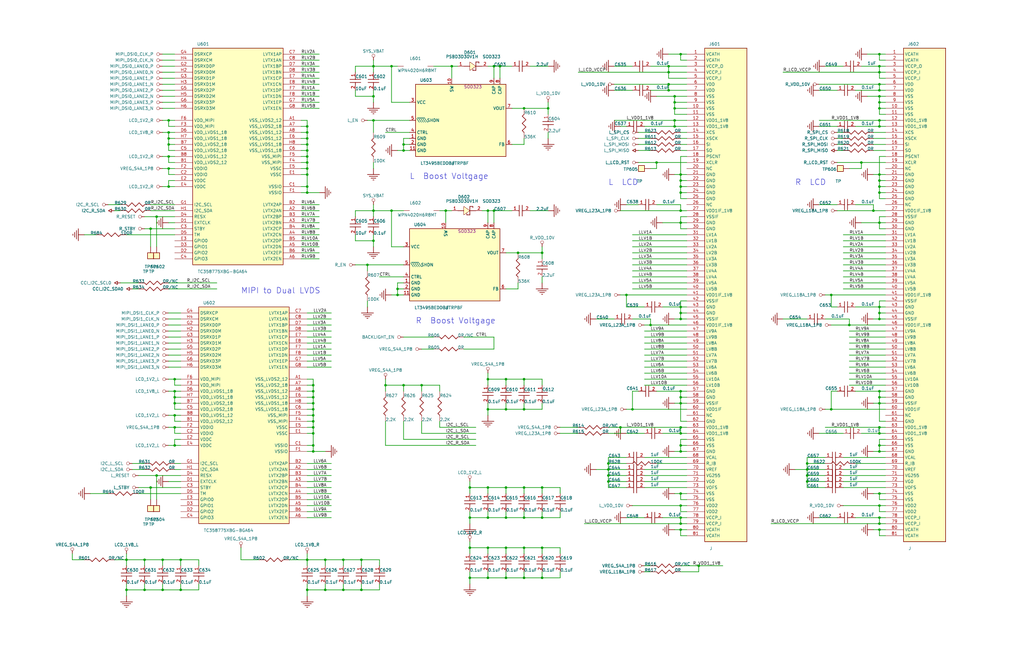
<source format=kicad_sch>
(kicad_sch (version 20211123) (generator eeschema)
  (paper "USLedger")
  (junction (at 370.84 165.1))
  (junction (at 228.6 231.14))
  (junction (at 157.48 50.8))
  (junction (at 368.3 88.9))
  (junction (at 287.02 167.64))
  (junction (at 287.02 88.9))
  (junction (at 129.54 78.74))
  (junction (at 370.84 93.98))
  (junction (at 132.08 190.5))
  (junction (at 287.02 187.96))
  (junction (at 256.54 200.66))
  (junction (at 187.96 88.9))
  (junction (at 129.54 236.22))
  (junction (at 370.84 53.34))
  (junction (at 220.98 218.44))
  (junction (at 370.84 30.48))
  (junction (at 220.98 205.74))
  (junction (at 137.16 236.22))
  (junction (at 363.22 68.58))
  (junction (at 71.12 55.88))
  (junction (at 71.12 66.04))
  (junction (at 284.48 43.18))
  (junction (at 256.54 195.58))
  (junction (at 370.84 45.72))
  (junction (at 228.6 106.68))
  (junction (at 53.34 248.92))
  (junction (at 165.1 27.94))
  (junction (at 287.02 93.98))
  (junction (at 132.08 187.96))
  (junction (at 256.54 203.2))
  (junction (at 213.36 160.02))
  (junction (at 370.84 76.2))
  (junction (at 287.02 132.08))
  (junction (at 198.12 231.14))
  (junction (at 370.84 187.96))
  (junction (at 340.36 203.2))
  (junction (at 370.84 218.44))
  (junction (at 132.08 165.1))
  (junction (at 228.6 205.74))
  (junction (at 165.1 88.9))
  (junction (at 284.48 45.72))
  (junction (at 157.48 40.64))
  (junction (at 370.84 132.08))
  (junction (at 370.84 129.54))
  (junction (at 132.08 172.72))
  (junction (at 287.02 165.1))
  (junction (at 213.36 172.72))
  (junction (at 210.82 27.94))
  (junction (at 287.02 170.18))
  (junction (at 370.84 38.1))
  (junction (at 129.54 60.96))
  (junction (at 287.02 81.28))
  (junction (at 256.54 198.12))
  (junction (at 370.84 208.28))
  (junction (at 220.98 45.72))
  (junction (at 264.16 124.46))
  (junction (at 129.54 73.66))
  (junction (at 205.74 231.14))
  (junction (at 213.36 218.44))
  (junction (at 198.12 205.74))
  (junction (at 287.02 129.54))
  (junction (at 276.86 68.58))
  (junction (at 129.54 81.28))
  (junction (at 132.08 177.8))
  (junction (at 129.54 58.42))
  (junction (at 205.74 160.02))
  (junction (at 137.16 248.92))
  (junction (at 370.84 180.34))
  (junction (at 63.5 96.52))
  (junction (at 129.54 53.34))
  (junction (at 129.54 55.88))
  (junction (at 132.08 162.56))
  (junction (at 287.02 220.98))
  (junction (at 284.48 40.64))
  (junction (at 132.08 182.88))
  (junction (at 53.34 236.22))
  (junction (at 73.66 170.18))
  (junction (at 370.84 190.5))
  (junction (at 281.94 30.48))
  (junction (at 220.98 243.84))
  (junction (at 370.84 73.66))
  (junction (at 358.14 137.16))
  (junction (at 340.36 195.58))
  (junction (at 144.78 248.92))
  (junction (at 60.96 248.92))
  (junction (at 66.04 91.44))
  (junction (at 73.66 160.02))
  (junction (at 71.12 71.12))
  (junction (at 213.36 231.14))
  (junction (at 68.58 248.92))
  (junction (at 208.28 27.94))
  (junction (at 132.08 167.64))
  (junction (at 287.02 180.34))
  (junction (at 218.44 106.68))
  (junction (at 231.14 45.72))
  (junction (at 287.02 73.66))
  (junction (at 220.98 160.02))
  (junction (at 132.08 175.26))
  (junction (at 68.58 236.22))
  (junction (at 281.94 38.1))
  (junction (at 71.12 78.74))
  (junction (at 287.02 76.2))
  (junction (at 370.84 81.28))
  (junction (at 132.08 180.34))
  (junction (at 213.36 243.84))
  (junction (at 129.54 68.58))
  (junction (at 63.5 205.74))
  (junction (at 132.08 170.18))
  (junction (at 287.02 134.62))
  (junction (at 370.84 170.18))
  (junction (at 287.02 78.74))
  (junction (at 73.66 167.64))
  (junction (at 190.5 27.94))
  (junction (at 213.36 205.74))
  (junction (at 340.36 198.12))
  (junction (at 287.02 190.5))
  (junction (at 370.84 213.36))
  (junction (at 266.7 172.72))
  (junction (at 198.12 218.44))
  (junction (at 350.52 172.72))
  (junction (at 281.94 27.94))
  (junction (at 157.48 27.94))
  (junction (at 152.4 248.92))
  (junction (at 287.02 218.44))
  (junction (at 287.02 182.88))
  (junction (at 71.12 60.96))
  (junction (at 152.4 236.22))
  (junction (at 261.62 180.34))
  (junction (at 129.54 66.04))
  (junction (at 284.48 50.8))
  (junction (at 144.78 236.22))
  (junction (at 129.54 63.5))
  (junction (at 157.48 88.9))
  (junction (at 370.84 134.62))
  (junction (at 370.84 78.74))
  (junction (at 370.84 27.94))
  (junction (at 170.18 63.5))
  (junction (at 350.52 124.46))
  (junction (at 73.66 175.26))
  (junction (at 205.74 218.44))
  (junction (at 208.28 88.9))
  (junction (at 177.8 162.56))
  (junction (at 154.94 111.76))
  (junction (at 60.96 236.22))
  (junction (at 228.6 243.84))
  (junction (at 370.84 167.64))
  (junction (at 287.02 223.52))
  (junction (at 287.02 22.86))
  (junction (at 281.94 35.56))
  (junction (at 76.2 236.22))
  (junction (at 370.84 40.64))
  (junction (at 71.12 50.8))
  (junction (at 170.18 162.56))
  (junction (at 162.56 162.56))
  (junction (at 205.74 205.74))
  (junction (at 287.02 208.28))
  (junction (at 370.84 22.86))
  (junction (at 167.64 124.46))
  (junction (at 370.84 43.18))
  (junction (at 167.64 121.92))
  (junction (at 370.84 50.8))
  (junction (at 220.98 231.14))
  (junction (at 76.2 248.92))
  (junction (at 287.02 213.36))
  (junction (at 157.48 101.6))
  (junction (at 340.36 200.66))
  (junction (at 129.54 248.92))
  (junction (at 71.12 58.42))
  (junction (at 294.64 238.76))
  (junction (at 198.12 243.84))
  (junction (at 73.66 165.1))
  (junction (at 205.74 88.9))
  (junction (at 370.84 220.98))
  (junction (at 205.74 243.84))
  (junction (at 274.32 137.16))
  (junction (at 370.84 223.52))
  (junction (at 220.98 172.72))
  (junction (at 370.84 182.88))
  (junction (at 205.74 172.72))
  (junction (at 170.18 60.96))
  (junction (at 129.54 71.12))
  (junction (at 73.66 187.96))
  (junction (at 370.84 35.56))
  (junction (at 228.6 218.44))
  (junction (at 284.48 53.34))
  (junction (at 66.04 200.66))
  (junction (at 73.66 180.34))
  (wire (pts (xy 60.96 248.92) (xy 60.96 246.38)) (stroke (width 0.254)))
  (wire (pts (xy 73.66 187.96) (xy 76.2 187.96)) (stroke (width 0.254)))
  (wire (pts (xy 287.02 73.66) (xy 287.02 66.04)) (stroke (width 0.254)))
  (wire (pts (xy 109.22 236.22) (xy 101.6 236.22)) (stroke (width 0.254)))
  (wire (pts (xy 134.62 109.22) (xy 127 109.22)) (stroke (width 0.254)))
  (wire (pts (xy 63.5 205.74) (xy 63.5 210.82)) (stroke (width 0.254)))
  (wire (pts (xy 157.48 40.64) (xy 149.86 40.64)) (stroke (width 0.254)))
  (wire (pts (xy 284.48 50.8) (xy 284.48 53.34)) (stroke (width 0.254)))
  (wire (pts (xy 170.18 162.56) (xy 177.8 162.56)) (stroke (width 0.254)))
  (wire (pts (xy 71.12 60.96) (xy 71.12 63.5)) (stroke (width 0.254)))
  (wire (pts (xy 162.56 165.1) (xy 162.56 162.56)) (stroke (width 0.254)))
  (wire (pts (xy 167.64 121.92) (xy 167.64 119.38)) (stroke (width 0.254)))
  (wire (pts (xy 157.48 88.9) (xy 157.48 86.36)) (stroke (width 0.254)))
  (wire (pts (xy 73.66 68.58) (xy 71.12 68.58)) (stroke (width 0.254)))
  (wire (pts (xy 287.02 78.74) (xy 287.02 76.2)) (stroke (width 0.254)))
  (wire (pts (xy 68.58 248.92) (xy 68.58 246.38)) (stroke (width 0.254)))
  (wire (pts (xy 66.04 200.66) (xy 58.42 200.66)) (stroke (width 0.254)))
  (wire (pts (xy 373.38 81.28) (xy 370.84 81.28)) (stroke (width 0.254)))
  (wire (pts (xy 289.56 152.4) (xy 271.78 152.4)) (stroke (width 0.254)))
  (wire (pts (xy 223.52 27.94) (xy 231.14 27.94)) (stroke (width 0.254)))
  (wire (pts (xy 373.38 63.5) (xy 368.3 63.5)) (stroke (width 0.254)))
  (wire (pts (xy 73.66 172.72) (xy 73.66 170.18)) (stroke (width 0.254)))
  (wire (pts (xy 139.7 203.2) (xy 129.54 203.2)) (stroke (width 0.254)))
  (wire (pts (xy 353.06 38.1) (xy 345.44 38.1)) (stroke (width 0.254)))
  (wire (pts (xy 157.48 101.6) (xy 157.48 99.06)) (stroke (width 0.254)))
  (wire (pts (xy 76.2 185.42) (xy 73.66 185.42)) (stroke (width 0.254)))
  (wire (pts (xy 132.08 182.88) (xy 129.54 182.88)) (stroke (width 0.254)))
  (wire (pts (xy 287.02 165.1) (xy 276.86 165.1)) (stroke (width 0.254)))
  (wire (pts (xy 289.56 60.96) (xy 287.02 60.96)) (stroke (width 0.254)))
  (wire (pts (xy 281.94 35.56) (xy 259.08 35.56)) (stroke (width 0.254)))
  (wire (pts (xy 287.02 210.82) (xy 289.56 210.82)) (stroke (width 0.254)))
  (wire (pts (xy 134.62 40.64) (xy 127 40.64)) (stroke (width 0.254)))
  (wire (pts (xy 154.94 111.76) (xy 149.86 111.76)) (stroke (width 0.254)))
  (wire (pts (xy 170.18 88.9) (xy 165.1 88.9)) (stroke (width 0.254)))
  (wire (pts (xy 170.18 58.42) (xy 170.18 60.96)) (stroke (width 0.254)))
  (wire (pts (xy 256.54 195.58) (xy 264.16 195.58)) (stroke (width 0.254)))
  (wire (pts (xy 287.02 208.28) (xy 287.02 210.82)) (stroke (width 0.254)))
  (wire (pts (xy 208.28 147.32) (xy 208.28 142.24)) (stroke (width 0.254)))
  (wire (pts (xy 134.62 86.36) (xy 127 86.36)) (stroke (width 0.254)))
  (wire (pts (xy 129.54 50.8) (xy 127 50.8)) (stroke (width 0.254)))
  (wire (pts (xy 274.32 38.1) (xy 281.94 38.1)) (stroke (width 0.254)))
  (wire (pts (xy 373.38 45.72) (xy 370.84 45.72)) (stroke (width 0.254)))
  (wire (pts (xy 76.2 205.74) (xy 63.5 205.74)) (stroke (width 0.254)))
  (wire (pts (xy 355.6 99.06) (xy 373.38 99.06)) (stroke (width 0.254)))
  (wire (pts (xy 289.56 223.52) (xy 287.02 223.52)) (stroke (width 0.254)))
  (wire (pts (xy 353.06 86.36) (xy 345.44 86.36)) (stroke (width 0.254)))
  (wire (pts (xy 73.66 86.36) (xy 63.5 86.36)) (stroke (width 0.254)))
  (wire (pts (xy 139.7 144.78) (xy 129.54 144.78)) (stroke (width 0.254)))
  (wire (pts (xy 266.7 114.3) (xy 289.56 114.3)) (stroke (width 0.254)))
  (wire (pts (xy 71.12 175.26) (xy 73.66 175.26)) (stroke (width 0.254)))
  (wire (pts (xy 213.36 218.44) (xy 213.36 215.9)) (stroke (width 0.254)))
  (wire (pts (xy 134.62 35.56) (xy 127 35.56)) (stroke (width 0.254)))
  (wire (pts (xy 269.24 60.96) (xy 274.32 60.96)) (stroke (width 0.254)))
  (wire (pts (xy 287.02 165.1) (xy 287.02 167.64)) (stroke (width 0.254)))
  (wire (pts (xy 370.84 190.5) (xy 370.84 187.96)) (stroke (width 0.254)))
  (wire (pts (xy 289.56 33.02) (xy 281.94 33.02)) (stroke (width 0.254)))
  (wire (pts (xy 373.38 139.7) (xy 358.14 139.7)) (stroke (width 0.254)))
  (wire (pts (xy 287.02 55.88) (xy 289.56 55.88)) (stroke (width 0.254)))
  (wire (pts (xy 281.94 27.94) (xy 274.32 27.94)) (stroke (width 0.254)))
  (wire (pts (xy 287.02 88.9) (xy 287.02 86.36)) (stroke (width 0.254)))
  (wire (pts (xy 373.38 165.1) (xy 370.84 165.1)) (stroke (width 0.254)))
  (wire (pts (xy 68.58 22.86) (xy 73.66 22.86)) (stroke (width 0.254)))
  (wire (pts (xy 213.36 208.28) (xy 213.36 205.74)) (stroke (width 0.254)))
  (wire (pts (xy 370.84 165.1) (xy 360.68 165.1)) (stroke (width 0.254)))
  (wire (pts (xy 134.62 104.14) (xy 127 104.14)) (stroke (width 0.254)))
  (wire (pts (xy 134.62 43.18) (xy 127 43.18)) (stroke (width 0.254)))
  (wire (pts (xy 73.66 182.88) (xy 73.66 180.34)) (stroke (width 0.254)))
  (wire (pts (xy 370.84 48.26) (xy 373.38 48.26)) (stroke (width 0.254)))
  (wire (pts (xy 139.7 213.36) (xy 129.54 213.36)) (stroke (width 0.254)))
  (wire (pts (xy 370.84 165.1) (xy 370.84 167.64)) (stroke (width 0.254)))
  (wire (pts (xy 340.36 200.66) (xy 340.36 203.2)) (stroke (width 0.254)))
  (wire (pts (xy 231.14 45.72) (xy 231.14 43.18)) (stroke (width 0.254)))
  (wire (pts (xy 256.54 205.74) (xy 256.54 203.2)) (stroke (width 0.254)))
  (wire (pts (xy 287.02 208.28) (xy 284.48 208.28)) (stroke (width 0.254)))
  (wire (pts (xy 358.14 137.16) (xy 358.14 134.62)) (stroke (width 0.254)))
  (wire (pts (xy 177.8 162.56) (xy 177.8 165.1)) (stroke (width 0.254)))
  (wire (pts (xy 129.54 177.8) (xy 132.08 177.8)) (stroke (width 0.254)))
  (wire (pts (xy 289.56 200.66) (xy 271.78 200.66)) (stroke (width 0.254)))
  (wire (pts (xy 137.16 248.92) (xy 129.54 248.92)) (stroke (width 0.254)))
  (wire (pts (xy 66.04 200.66) (xy 66.04 210.82)) (stroke (width 0.254)))
  (wire (pts (xy 370.84 208.28) (xy 368.3 208.28)) (stroke (width 0.254)))
  (wire (pts (xy 353.06 53.34) (xy 345.44 53.34)) (stroke (width 0.254)))
  (wire (pts (xy 261.62 180.34) (xy 287.02 180.34)) (stroke (width 0.254)))
  (wire (pts (xy 139.7 205.74) (xy 129.54 205.74)) (stroke (width 0.254)))
  (wire (pts (xy 137.16 236.22) (xy 144.78 236.22)) (stroke (width 0.254)))
  (wire (pts (xy 162.56 162.56) (xy 162.56 160.02)) (stroke (width 0.254)))
  (wire (pts (xy 213.36 233.68) (xy 213.36 231.14)) (stroke (width 0.254)))
  (wire (pts (xy 373.38 177.8) (xy 370.84 177.8)) (stroke (width 0.254)))
  (wire (pts (xy 287.02 127) (xy 287.02 129.54)) (stroke (width 0.254)))
  (wire (pts (xy 370.84 223.52) (xy 370.84 226.06)) (stroke (width 0.254)))
  (wire (pts (xy 149.86 91.44) (xy 149.86 88.9)) (stroke (width 0.254)))
  (wire (pts (xy 274.32 137.16) (xy 289.56 137.16)) (stroke (width 0.254)))
  (wire (pts (xy 165.1 43.18) (xy 172.72 43.18)) (stroke (width 0.254)))
  (wire (pts (xy 373.38 149.86) (xy 358.14 149.86)) (stroke (width 0.254)))
  (wire (pts (xy 287.02 170.18) (xy 287.02 167.64)) (stroke (width 0.254)))
  (wire (pts (xy 370.84 167.64) (xy 370.84 170.18)) (stroke (width 0.254)))
  (wire (pts (xy 287.02 129.54) (xy 279.4 129.54)) (stroke (width 0.254)))
  (wire (pts (xy 289.56 139.7) (xy 271.78 139.7)) (stroke (width 0.254)))
  (wire (pts (xy 289.56 43.18) (xy 284.48 43.18)) (stroke (width 0.254)))
  (wire (pts (xy 205.74 93.98) (xy 205.74 88.9)) (stroke (width 0.254)))
  (wire (pts (xy 129.54 58.42) (xy 127 58.42)) (stroke (width 0.254)))
  (wire (pts (xy 129.54 190.5) (xy 132.08 190.5)) (stroke (width 0.254)))
  (wire (pts (xy 373.38 162.56) (xy 358.14 162.56)) (stroke (width 0.254)))
  (wire (pts (xy 139.7 154.94) (xy 129.54 154.94)) (stroke (width 0.254)))
  (wire (pts (xy 373.38 55.88) (xy 368.3 55.88)) (stroke (width 0.254)))
  (wire (pts (xy 134.62 30.48) (xy 127 30.48)) (stroke (width 0.254)))
  (wire (pts (xy 287.02 25.4) (xy 289.56 25.4)) (stroke (width 0.254)))
  (wire (pts (xy 370.84 187.96) (xy 373.38 187.96)) (stroke (width 0.254)))
  (wire (pts (xy 129.54 73.66) (xy 127 73.66)) (stroke (width 0.254)))
  (wire (pts (xy 370.84 182.88) (xy 373.38 182.88)) (stroke (width 0.254)))
  (wire (pts (xy 228.6 172.72) (xy 228.6 170.18)) (stroke (width 0.254)))
  (wire (pts (xy 76.2 182.88) (xy 73.66 182.88)) (stroke (width 0.254)))
  (wire (pts (xy 167.64 121.92) (xy 170.18 121.92)) (stroke (width 0.254)))
  (wire (pts (xy 370.84 96.52) (xy 373.38 96.52)) (stroke (width 0.254)))
  (wire (pts (xy 287.02 76.2) (xy 287.02 73.66)) (stroke (width 0.254)))
  (wire (pts (xy 373.38 152.4) (xy 358.14 152.4)) (stroke (width 0.254)))
  (wire (pts (xy 287.02 134.62) (xy 287.02 132.08)) (stroke (width 0.254)))
  (wire (pts (xy 144.78 236.22) (xy 144.78 238.76)) (stroke (width 0.254)))
  (wire (pts (xy 198.12 231.14) (xy 198.12 228.6)) (stroke (width 0.254)))
  (wire (pts (xy 76.2 177.8) (xy 73.66 177.8)) (stroke (width 0.254)))
  (wire (pts (xy 132.08 175.26) (xy 132.08 172.72)) (stroke (width 0.254)))
  (wire (pts (xy 363.22 68.58) (xy 363.22 71.12)) (stroke (width 0.254)))
  (wire (pts (xy 76.2 139.7) (xy 71.12 139.7)) (stroke (width 0.254)))
  (wire (pts (xy 157.48 50.8) (xy 157.48 55.88)) (stroke (width 0.254)))
  (wire (pts (xy 236.22 182.88) (xy 243.84 182.88)) (stroke (width 0.254)))
  (wire (pts (xy 373.38 30.48) (xy 370.84 30.48)) (stroke (width 0.254)))
  (wire (pts (xy 50.8 86.36) (xy 45.72 86.36)) (stroke (width 0.254)))
  (wire (pts (xy 289.56 93.98) (xy 287.02 93.98)) (stroke (width 0.254)))
  (wire (pts (xy 132.08 190.5) (xy 132.08 187.96)) (stroke (width 0.254)))
  (wire (pts (xy 60.96 198.12) (xy 55.88 198.12)) (stroke (width 0.254)))
  (wire (pts (xy 45.72 208.28) (xy 38.1 208.28)) (stroke (width 0.254)))
  (wire (pts (xy 350.52 124.46) (xy 350.52 129.54)) (stroke (width 0.254)))
  (wire (pts (xy 76.2 195.58) (xy 73.66 195.58)) (stroke (width 0.254)))
  (wire (pts (xy 274.32 63.5) (xy 269.24 63.5)) (stroke (width 0.254)))
  (wire (pts (xy 68.58 248.92) (xy 60.96 248.92)) (stroke (width 0.254)))
  (wire (pts (xy 129.54 53.34) (xy 129.54 50.8)) (stroke (width 0.254)))
  (wire (pts (xy 373.38 83.82) (xy 370.84 83.82)) (stroke (width 0.254)))
  (wire (pts (xy 162.56 162.56) (xy 170.18 162.56)) (stroke (width 0.254)))
  (wire (pts (xy 129.54 236.22) (xy 137.16 236.22)) (stroke (width 0.254)))
  (wire (pts (xy 35.56 236.22) (xy 30.48 236.22)) (stroke (width 0.254)))
  (wire (pts (xy 370.84 185.42) (xy 370.84 187.96)) (stroke (width 0.254)))
  (wire (pts (xy 129.54 73.66) (xy 129.54 71.12)) (stroke (width 0.254)))
  (wire (pts (xy 289.56 73.66) (xy 287.02 73.66)) (stroke (width 0.254)))
  (wire (pts (xy 370.84 25.4) (xy 373.38 25.4)) (stroke (width 0.254)))
  (wire (pts (xy 276.86 40.64) (xy 284.48 40.64)) (stroke (width 0.254)))
  (wire (pts (xy 132.08 172.72) (xy 129.54 172.72)) (stroke (width 0.254)))
  (wire (pts (xy 213.36 243.84) (xy 205.74 243.84)) (stroke (width 0.254)))
  (wire (pts (xy 73.66 165.1) (xy 73.66 167.64)) (stroke (width 0.254)))
  (wire (pts (xy 287.02 220.98) (xy 287.02 218.44)) (stroke (width 0.254)))
  (wire (pts (xy 350.52 137.16) (xy 358.14 137.16)) (stroke (width 0.254)))
  (wire (pts (xy 373.38 195.58) (xy 360.68 195.58)) (stroke (width 0.254)))
  (wire (pts (xy 266.7 111.76) (xy 289.56 111.76)) (stroke (width 0.254)))
  (wire (pts (xy 287.02 226.06) (xy 289.56 226.06)) (stroke (width 0.254)))
  (wire (pts (xy 83.82 236.22) (xy 76.2 236.22)) (stroke (width 0.254)))
  (wire (pts (xy 373.38 193.04) (xy 355.6 193.04)) (stroke (width 0.254)))
  (wire (pts (xy 373.38 198.12) (xy 355.6 198.12)) (stroke (width 0.254)))
  (wire (pts (xy 210.82 33.02) (xy 210.82 27.94)) (stroke (width 0.254)))
  (wire (pts (xy 220.98 205.74) (xy 213.36 205.74)) (stroke (width 0.254)))
  (wire (pts (xy 157.48 50.8) (xy 154.94 50.8)) (stroke (width 0.254)))
  (wire (pts (xy 58.42 208.28) (xy 76.2 208.28)) (stroke (width 0.254)))
  (wire (pts (xy 137.16 248.92) (xy 144.78 248.92)) (stroke (width 0.254)))
  (wire (pts (xy 134.62 88.9) (xy 127 88.9)) (stroke (width 0.254)))
  (wire (pts (xy 373.38 35.56) (xy 370.84 35.56)) (stroke (width 0.254)))
  (wire (pts (xy 289.56 193.04) (xy 271.78 193.04)) (stroke (width 0.254)))
  (wire (pts (xy 213.36 162.56) (xy 213.36 160.02)) (stroke (width 0.254)))
  (wire (pts (xy 134.62 27.94) (xy 127 27.94)) (stroke (width 0.254)))
  (wire (pts (xy 132.08 167.64) (xy 132.08 165.1)) (stroke (width 0.254)))
  (wire (pts (xy 53.34 248.92) (xy 53.34 246.38)) (stroke (width 0.254)))
  (wire (pts (xy 287.02 213.36) (xy 287.02 215.9)) (stroke (width 0.254)))
  (wire (pts (xy 170.18 63.5) (xy 167.64 63.5)) (stroke (width 0.254)))
  (wire (pts (xy 284.48 134.62) (xy 287.02 134.62)) (stroke (width 0.254)))
  (wire (pts (xy 370.84 40.64) (xy 370.84 43.18)) (stroke (width 0.254)))
  (wire (pts (xy 73.66 91.44) (xy 66.04 91.44)) (stroke (width 0.254)))
  (wire (pts (xy 73.66 177.8) (xy 73.66 175.26)) (stroke (width 0.254)))
  (wire (pts (xy 134.62 38.1) (xy 127 38.1)) (stroke (width 0.254)))
  (wire (pts (xy 236.22 243.84) (xy 236.22 241.3)) (stroke (width 0.254)))
  (wire (pts (xy 373.38 22.86) (xy 370.84 22.86)) (stroke (width 0.254)))
  (wire (pts (xy 154.94 129.54) (xy 154.94 127)) (stroke (width 0.254)))
  (wire (pts (xy 208.28 27.94) (xy 210.82 27.94)) (stroke (width 0.254)))
  (wire (pts (xy 294.64 238.76) (xy 294.64 241.3)) (stroke (width 0.254)))
  (wire (pts (xy 289.56 198.12) (xy 271.78 198.12)) (stroke (width 0.254)))
  (wire (pts (xy 129.54 81.28) (xy 129.54 78.74)) (stroke (width 0.254)))
  (wire (pts (xy 76.2 198.12) (xy 73.66 198.12)) (stroke (width 0.254)))
  (wire (pts (xy 274.32 238.76) (xy 271.78 238.76)) (stroke (width 0.254)))
  (wire (pts (xy 256.54 198.12) (xy 264.16 198.12)) (stroke (width 0.254)))
  (wire (pts (xy 370.84 127) (xy 370.84 129.54)) (stroke (width 0.254)))
  (wire (pts (xy 132.08 162.56) (xy 129.54 162.56)) (stroke (width 0.254)))
  (wire (pts (xy 256.54 200.66) (xy 256.54 198.12)) (stroke (width 0.254)))
  (wire (pts (xy 198.12 208.28) (xy 198.12 205.74)) (stroke (width 0.254)))
  (wire (pts (xy 289.56 213.36) (xy 287.02 213.36)) (stroke (width 0.254)))
  (wire (pts (xy 353.06 88.9) (xy 368.3 88.9)) (stroke (width 0.254)))
  (wire (pts (xy 289.56 30.48) (xy 281.94 30.48)) (stroke (width 0.254)))
  (wire (pts (xy 149.86 30.48) (xy 149.86 27.94)) (stroke (width 0.254)))
  (wire (pts (xy 287.02 213.36) (xy 266.7 213.36)) (stroke (width 0.254)))
  (wire (pts (xy 76.2 137.16) (xy 71.12 137.16)) (stroke (width 0.254)))
  (wire (pts (xy 68.58 30.48) (xy 73.66 30.48)) (stroke (width 0.254)))
  (wire (pts (xy 266.7 109.22) (xy 289.56 109.22)) (stroke (width 0.254)))
  (wire (pts (xy 76.2 238.76) (xy 76.2 236.22)) (stroke (width 0.254)))
  (wire (pts (xy 132.08 180.34) (xy 129.54 180.34)) (stroke (width 0.254)))
  (wire (pts (xy 200.66 180.34) (xy 185.42 180.34)) (stroke (width 0.254)))
  (wire (pts (xy 213.36 172.72) (xy 205.74 172.72)) (stroke (width 0.254)))
  (wire (pts (xy 60.96 236.22) (xy 53.34 236.22)) (stroke (width 0.254)))
  (wire (pts (xy 71.12 58.42) (xy 71.12 60.96)) (stroke (width 0.254)))
  (wire (pts (xy 83.82 248.92) (xy 83.82 246.38)) (stroke (width 0.254)))
  (wire (pts (xy 172.72 60.96) (xy 170.18 60.96)) (stroke (width 0.254)))
  (wire (pts (xy 228.6 106.68) (xy 228.6 109.22)) (stroke (width 0.254)))
  (wire (pts (xy 370.84 213.36) (xy 370.84 215.9)) (stroke (width 0.254)))
  (wire (pts (xy 220.98 218.44) (xy 220.98 215.9)) (stroke (width 0.254)))
  (wire (pts (xy 91.44 121.92) (xy 71.12 121.92)) (stroke (width 0.254)))
  (wire (pts (xy 355.6 104.14) (xy 373.38 104.14)) (stroke (width 0.254)))
  (wire (pts (xy 185.42 180.34) (xy 185.42 177.8)) (stroke (width 0.254)))
  (wire (pts (xy 228.6 218.44) (xy 220.98 218.44)) (stroke (width 0.254)))
  (wire (pts (xy 132.08 170.18) (xy 129.54 170.18)) (stroke (width 0.254)))
  (wire (pts (xy 127 68.58) (xy 129.54 68.58)) (stroke (width 0.254)))
  (wire (pts (xy 213.36 160.02) (xy 220.98 160.02)) (stroke (width 0.254)))
  (wire (pts (xy 289.56 35.56) (xy 281.94 35.56)) (stroke (width 0.254)))
  (wire (pts (xy 266.7 119.38) (xy 289.56 119.38)) (stroke (width 0.254)))
  (wire (pts (xy 373.38 129.54) (xy 370.84 129.54)) (stroke (width 0.254)))
  (wire (pts (xy 256.54 180.34) (xy 261.62 180.34)) (stroke (width 0.254)))
  (wire (pts (xy 287.02 93.98) (xy 287.02 96.52)) (stroke (width 0.254)))
  (wire (pts (xy 370.84 223.52) (xy 368.3 223.52)) (stroke (width 0.254)))
  (wire (pts (xy 287.02 83.82) (xy 287.02 81.28)) (stroke (width 0.254)))
  (wire (pts (xy 139.7 139.7) (xy 129.54 139.7)) (stroke (width 0.254)))
  (wire (pts (xy 370.84 129.54) (xy 370.84 132.08)) (stroke (width 0.254)))
  (wire (pts (xy 373.38 43.18) (xy 370.84 43.18)) (stroke (width 0.254)))
  (wire (pts (xy 129.54 66.04) (xy 127 66.04)) (stroke (width 0.254)))
  (wire (pts (xy 157.48 68.58) (xy 157.48 71.12)) (stroke (width 0.254)))
  (wire (pts (xy 370.84 226.06) (xy 373.38 226.06)) (stroke (width 0.254)))
  (wire (pts (xy 355.6 116.84) (xy 373.38 116.84)) (stroke (width 0.254)))
  (wire (pts (xy 289.56 142.24) (xy 271.78 142.24)) (stroke (width 0.254)))
  (wire (pts (xy 139.7 215.9) (xy 129.54 215.9)) (stroke (width 0.254)))
  (wire (pts (xy 170.18 111.76) (xy 154.94 111.76)) (stroke (width 0.254)))
  (wire (pts (xy 200.66 187.96) (xy 162.56 187.96)) (stroke (width 0.254)))
  (wire (pts (xy 205.74 218.44) (xy 213.36 218.44)) (stroke (width 0.254)))
  (wire (pts (xy 134.62 99.06) (xy 127 99.06)) (stroke (width 0.254)))
  (wire (pts (xy 129.54 248.92) (xy 129.54 246.38)) (stroke (width 0.254)))
  (wire (pts (xy 264.16 124.46) (xy 261.62 124.46)) (stroke (width 0.254)))
  (wire (pts (xy 373.38 185.42) (xy 370.84 185.42)) (stroke (width 0.254)))
  (wire (pts (xy 205.74 175.26) (xy 205.74 172.72)) (stroke (width 0.254)))
  (wire (pts (xy 228.6 243.84) (xy 228.6 241.3)) (stroke (width 0.254)))
  (wire (pts (xy 355.6 114.3) (xy 373.38 114.3)) (stroke (width 0.254)))
  (wire (pts (xy 220.98 172.72) (xy 213.36 172.72)) (stroke (width 0.254)))
  (wire (pts (xy 167.64 27.94) (xy 165.1 27.94)) (stroke (width 0.254)))
  (wire (pts (xy 71.12 50.8) (xy 68.58 50.8)) (stroke (width 0.254)))
  (wire (pts (xy 287.02 177.8) (xy 287.02 170.18)) (stroke (width 0.254)))
  (wire (pts (xy 68.58 238.76) (xy 68.58 236.22)) (stroke (width 0.254)))
  (wire (pts (xy 205.74 233.68) (xy 205.74 231.14)) (stroke (width 0.254)))
  (wire (pts (xy 373.38 40.64) (xy 370.84 40.64)) (stroke (width 0.254)))
  (wire (pts (xy 187.96 93.98) (xy 187.96 88.9)) (stroke (width 0.254)))
  (wire (pts (xy 53.34 238.76) (xy 53.34 236.22)) (stroke (width 0.254)))
  (wire (pts (xy 73.66 58.42) (xy 71.12 58.42)) (stroke (width 0.254)))
  (wire (pts (xy 213.36 121.92) (xy 218.44 121.92)) (stroke (width 0.254)))
  (wire (pts (xy 68.58 35.56) (xy 73.66 35.56)) (stroke (width 0.254)))
  (wire (pts (xy 347.98 198.12) (xy 340.36 198.12)) (stroke (width 0.254)))
  (wire (pts (xy 287.02 134.62) (xy 289.56 134.62)) (stroke (width 0.254)))
  (wire (pts (xy 287.02 86.36) (xy 276.86 86.36)) (stroke (width 0.254)))
  (wire (pts (xy 287.02 167.64) (xy 289.56 167.64)) (stroke (width 0.254)))
  (wire (pts (xy 287.02 190.5) (xy 289.56 190.5)) (stroke (width 0.254)))
  (wire (pts (xy 289.56 195.58) (xy 276.86 195.58)) (stroke (width 0.254)))
  (wire (pts (xy 373.38 78.74) (xy 370.84 78.74)) (stroke (width 0.254)))
  (wire (pts (xy 289.56 132.08) (xy 287.02 132.08)) (stroke (width 0.254)))
  (wire (pts (xy 370.84 170.18) (xy 373.38 170.18)) (stroke (width 0.254)))
  (wire (pts (xy 139.7 142.24) (xy 129.54 142.24)) (stroke (width 0.254)))
  (wire (pts (xy 129.54 60.96) (xy 129.54 63.5)) (stroke (width 0.254)))
  (wire (pts (xy 190.5 27.94) (xy 193.04 27.94)) (stroke (width 0.254)))
  (wire (pts (xy 165.1 27.94) (xy 165.1 43.18)) (stroke (width 0.254)))
  (wire (pts (xy 289.56 170.18) (xy 287.02 170.18)) (stroke (width 0.254)))
  (wire (pts (xy 40.64 99.06) (xy 35.56 99.06)) (stroke (width 0.254)))
  (wire (pts (xy 76.2 246.38) (xy 76.2 248.92)) (stroke (width 0.254)))
  (wire (pts (xy 132.08 190.5) (xy 137.16 190.5)) (stroke (width 0.254)))
  (wire (pts (xy 347.98 203.2) (xy 340.36 203.2)) (stroke (width 0.254)))
  (wire (pts (xy 353.06 165.1) (xy 350.52 165.1)) (stroke (width 0.254)))
  (wire (pts (xy 76.2 149.86) (xy 71.12 149.86)) (stroke (width 0.254)))
  (wire (pts (xy 165.1 88.9) (xy 157.48 88.9)) (stroke (width 0.254)))
  (wire (pts (xy 58.42 119.38) (xy 50.8 119.38)) (stroke (width 0.254)))
  (wire (pts (xy 264.16 53.34) (xy 261.62 53.34)) (stroke (width 0.254)))
  (wire (pts (xy 73.66 88.9) (xy 63.5 88.9)) (stroke (width 0.254)))
  (wire (pts (xy 363.22 68.58) (xy 373.38 68.58)) (stroke (width 0.254)))
  (wire (pts (xy 350.52 124.46) (xy 347.98 124.46)) (stroke (width 0.254)))
  (wire (pts (xy 266.7 172.72) (xy 266.7 165.1)) (stroke (width 0.254)))
  (wire (pts (xy 152.4 248.92) (xy 152.4 246.38)) (stroke (width 0.254)))
  (wire (pts (xy 236.22 231.14) (xy 228.6 231.14)) (stroke (width 0.254)))
  (wire (pts (xy 187.96 88.9) (xy 185.42 88.9)) (stroke (width 0.254)))
  (wire (pts (xy 165.1 124.46) (xy 167.64 124.46)) (stroke (width 0.254)))
  (wire (pts (xy 276.86 68.58) (xy 289.56 68.58)) (stroke (width 0.254)))
  (wire (pts (xy 289.56 63.5) (xy 287.02 63.5)) (stroke (width 0.254)))
  (wire (pts (xy 220.98 162.56) (xy 220.98 160.02)) (stroke (width 0.254)))
  (wire (pts (xy 370.84 93.98) (xy 363.22 93.98)) (stroke (width 0.254)))
  (wire (pts (xy 370.84 129.54) (xy 360.68 129.54)) (stroke (width 0.254)))
  (wire (pts (xy 71.12 73.66) (xy 71.12 71.12)) (stroke (width 0.254)))
  (wire (pts (xy 160.02 236.22) (xy 152.4 236.22)) (stroke (width 0.254)))
  (wire (pts (xy 68.58 25.4) (xy 73.66 25.4)) (stroke (width 0.254)))
  (wire (pts (xy 220.98 160.02) (xy 228.6 160.02)) (stroke (width 0.254)))
  (wire (pts (xy 129.54 71.12) (xy 127 71.12)) (stroke (width 0.254)))
  (wire (pts (xy 236.22 208.28) (xy 236.22 205.74)) (stroke (width 0.254)))
  (wire (pts (xy 68.58 45.72) (xy 73.66 45.72)) (stroke (width 0.254)))
  (wire (pts (xy 144.78 248.92) (xy 152.4 248.92)) (stroke (width 0.254)))
  (wire (pts (xy 287.02 73.66) (xy 284.48 73.66)) (stroke (width 0.254)))
  (wire (pts (xy 370.84 22.86) (xy 370.84 25.4)) (stroke (width 0.254)))
  (wire (pts (xy 236.22 215.9) (xy 236.22 218.44)) (stroke (width 0.254)))
  (wire (pts (xy 76.2 203.2) (xy 71.12 203.2)) (stroke (width 0.254)))
  (wire (pts (xy 210.82 27.94) (xy 215.9 27.94)) (stroke (width 0.254)))
  (wire (pts (xy 373.38 60.96) (xy 368.3 60.96)) (stroke (width 0.254)))
  (wire (pts (xy 129.54 63.5) (xy 129.54 66.04)) (stroke (width 0.254)))
  (wire (pts (xy 373.38 154.94) (xy 358.14 154.94)) (stroke (width 0.254)))
  (wire (pts (xy 304.8 238.76) (xy 294.64 238.76)) (stroke (width 0.254)))
  (wire (pts (xy 73.66 55.88) (xy 71.12 55.88)) (stroke (width 0.254)))
  (wire (pts (xy 287.02 190.5) (xy 287.02 187.96)) (stroke (width 0.254)))
  (wire (pts (xy 368.3 134.62) (xy 370.84 134.62)) (stroke (width 0.254)))
  (wire (pts (xy 167.64 119.38) (xy 170.18 119.38)) (stroke (width 0.254)))
  (wire (pts (xy 289.56 149.86) (xy 271.78 149.86)) (stroke (width 0.254)))
  (wire (pts (xy 76.2 142.24) (xy 71.12 142.24)) (stroke (width 0.254)))
  (wire (pts (xy 76.2 160.02) (xy 73.66 160.02)) (stroke (width 0.254)))
  (wire (pts (xy 139.7 149.86) (xy 129.54 149.86)) (stroke (width 0.254)))
  (wire (pts (xy 208.28 88.9) (xy 208.28 93.98)) (stroke (width 0.254)))
  (wire (pts (xy 370.84 27.94) (xy 363.22 27.94)) (stroke (width 0.254)))
  (wire (pts (xy 132.08 177.8) (xy 132.08 175.26)) (stroke (width 0.254)))
  (wire (pts (xy 370.84 180.34) (xy 373.38 180.34)) (stroke (width 0.254)))
  (wire (pts (xy 129.54 53.34) (xy 127 53.34)) (stroke (width 0.254)))
  (wire (pts (xy 264.16 205.74) (xy 256.54 205.74)) (stroke (width 0.254)))
  (wire (pts (xy 373.38 205.74) (xy 355.6 205.74)) (stroke (width 0.254)))
  (wire (pts (xy 284.48 43.18) (xy 284.48 45.72)) (stroke (width 0.254)))
  (wire (pts (xy 281.94 22.86) (xy 287.02 22.86)) (stroke (width 0.254)))
  (wire (pts (xy 284.48 40.64) (xy 289.56 40.64)) (stroke (width 0.254)))
  (wire (pts (xy 259.08 38.1) (xy 266.7 38.1)) (stroke (width 0.254)))
  (wire (pts (xy 68.58 78.74) (xy 71.12 78.74)) (stroke (width 0.254)))
  (wire (pts (xy 370.84 43.18) (xy 370.84 45.72)) (stroke (width 0.254)))
  (wire (pts (xy 355.6 111.76) (xy 373.38 111.76)) (stroke (width 0.254)))
  (wire (pts (xy 335.28 198.12) (xy 340.36 198.12)) (stroke (width 0.254)))
  (wire (pts (xy 373.38 144.78) (xy 358.14 144.78)) (stroke (width 0.254)))
  (wire (pts (xy 73.66 160.02) (xy 71.12 160.02)) (stroke (width 0.254)))
  (wire (pts (xy 134.62 33.02) (xy 127 33.02)) (stroke (width 0.254)))
  (wire (pts (xy 373.38 127) (xy 370.84 127)) (stroke (width 0.254)))
  (wire (pts (xy 289.56 162.56) (xy 271.78 162.56)) (stroke (width 0.254)))
  (wire (pts (xy 287.02 220.98) (xy 289.56 220.98)) (stroke (width 0.254)))
  (wire (pts (xy 284.48 43.18) (xy 284.48 40.64)) (stroke (width 0.254)))
  (wire (pts (xy 284.48 190.5) (xy 287.02 190.5)) (stroke (width 0.254)))
  (wire (pts (xy 170.18 104.14) (xy 165.1 104.14)) (stroke (width 0.254)))
  (wire (pts (xy 287.02 182.88) (xy 287.02 180.34)) (stroke (width 0.254)))
  (wire (pts (xy 172.72 63.5) (xy 170.18 63.5)) (stroke (width 0.254)))
  (wire (pts (xy 231.14 48.26) (xy 231.14 45.72)) (stroke (width 0.254)))
  (wire (pts (xy 370.84 50.8) (xy 345.44 50.8)) (stroke (width 0.254)))
  (wire (pts (xy 266.7 99.06) (xy 289.56 99.06)) (stroke (width 0.254)))
  (wire (pts (xy 73.66 96.52) (xy 63.5 96.52)) (stroke (width 0.254)))
  (wire (pts (xy 370.84 218.44) (xy 360.68 218.44)) (stroke (width 0.254)))
  (wire (pts (xy 200.66 182.88) (xy 177.8 182.88)) (stroke (width 0.254)))
  (wire (pts (xy 134.62 45.72) (xy 127 45.72)) (stroke (width 0.254)))
  (wire (pts (xy 149.86 88.9) (xy 157.48 88.9)) (stroke (width 0.254)))
  (wire (pts (xy 134.62 25.4) (xy 127 25.4)) (stroke (width 0.254)))
  (wire (pts (xy 271.78 182.88) (xy 264.16 182.88)) (stroke (width 0.254)))
  (wire (pts (xy 370.84 38.1) (xy 373.38 38.1)) (stroke (width 0.254)))
  (wire (pts (xy 287.02 182.88) (xy 289.56 182.88)) (stroke (width 0.254)))
  (wire (pts (xy 71.12 55.88) (xy 71.12 58.42)) (stroke (width 0.254)))
  (wire (pts (xy 205.74 172.72) (xy 205.74 170.18)) (stroke (width 0.254)))
  (wire (pts (xy 228.6 205.74) (xy 220.98 205.74)) (stroke (width 0.254)))
  (wire (pts (xy 370.84 35.56) (xy 345.44 35.56)) (stroke (width 0.254)))
  (wire (pts (xy 134.62 93.98) (xy 127 93.98)) (stroke (width 0.254)))
  (wire (pts (xy 129.54 68.58) (xy 129.54 71.12)) (stroke (width 0.254)))
  (wire (pts (xy 325.12 220.98) (xy 370.84 220.98)) (stroke (width 0.254)))
  (wire (pts (xy 370.84 190.5) (xy 373.38 190.5)) (stroke (width 0.254)))
  (wire (pts (xy 205.74 88.9) (xy 203.2 88.9)) (stroke (width 0.254)))
  (wire (pts (xy 287.02 91.44) (xy 287.02 93.98)) (stroke (width 0.254)))
  (wire (pts (xy 256.54 198.12) (xy 256.54 195.58)) (stroke (width 0.254)))
  (wire (pts (xy 160.02 246.38) (xy 160.02 248.92)) (stroke (width 0.254)))
  (wire (pts (xy 373.38 200.66) (xy 355.6 200.66)) (stroke (width 0.254)))
  (wire (pts (xy 355.6 101.6) (xy 373.38 101.6)) (stroke (width 0.254)))
  (wire (pts (xy 274.32 71.12) (xy 276.86 71.12)) (stroke (width 0.254)))
  (wire (pts (xy 256.54 200.66) (xy 264.16 200.66)) (stroke (width 0.254)))
  (wire (pts (xy 60.96 238.76) (xy 60.96 236.22)) (stroke (width 0.254)))
  (wire (pts (xy 165.1 104.14) (xy 165.1 88.9)) (stroke (width 0.254)))
  (wire (pts (xy 170.18 165.1) (xy 170.18 162.56)) (stroke (width 0.254)))
  (wire (pts (xy 73.66 93.98) (xy 71.12 93.98)) (stroke (width 0.254)))
  (wire (pts (xy 373.38 91.44) (xy 370.84 91.44)) (stroke (width 0.254)))
  (wire (pts (xy 132.08 162.56) (xy 132.08 160.02)) (stroke (width 0.254)))
  (wire (pts (xy 261.62 180.34) (xy 261.62 182.88)) (stroke (width 0.254)))
  (wire (pts (xy 355.6 106.68) (xy 373.38 106.68)) (stroke (width 0.254)))
  (wire (pts (xy 281.94 27.94) (xy 289.56 27.94)) (stroke (width 0.254)))
  (wire (pts (xy 350.52 129.54) (xy 353.06 129.54)) (stroke (width 0.254)))
  (wire (pts (xy 213.36 218.44) (xy 220.98 218.44)) (stroke (width 0.254)))
  (wire (pts (xy 205.74 162.56) (xy 205.74 160.02)) (stroke (width 0.254)))
  (wire (pts (xy 53.34 99.06) (xy 73.66 99.06)) (stroke (width 0.254)))
  (wire (pts (xy 198.12 205.74) (xy 198.12 203.2)) (stroke (width 0.254)))
  (wire (pts (xy 243.84 180.34) (xy 236.22 180.34)) (stroke (width 0.254)))
  (wire (pts (xy 370.84 218.44) (xy 373.38 218.44)) (stroke (width 0.254)))
  (wire (pts (xy 71.12 180.34) (xy 73.66 180.34)) (stroke (width 0.254)))
  (wire (pts (xy 355.6 55.88) (xy 353.06 55.88)) (stroke (width 0.254)))
  (wire (pts (xy 373.38 142.24) (xy 358.14 142.24)) (stroke (width 0.254)))
  (wire (pts (xy 160.02 248.92) (xy 152.4 248.92)) (stroke (width 0.254)))
  (wire (pts (xy 73.66 165.1) (xy 71.12 165.1)) (stroke (width 0.254)))
  (wire (pts (xy 274.32 55.88) (xy 269.24 55.88)) (stroke (width 0.254)))
  (wire (pts (xy 83.82 238.76) (xy 83.82 236.22)) (stroke (width 0.254)))
  (wire (pts (xy 266.7 27.94) (xy 259.08 27.94)) (stroke (width 0.254)))
  (wire (pts (xy 279.4 218.44) (xy 287.02 218.44)) (stroke (width 0.254)))
  (wire (pts (xy 129.54 236.22) (xy 129.54 238.76)) (stroke (width 0.254)))
  (wire (pts (xy 198.12 246.38) (xy 198.12 243.84)) (stroke (width 0.254)))
  (wire (pts (xy 340.36 195.58) (xy 347.98 195.58)) (stroke (width 0.254)))
  (wire (pts (xy 274.32 241.3) (xy 271.78 241.3)) (stroke (width 0.254)))
  (wire (pts (xy 132.08 175.26) (xy 129.54 175.26)) (stroke (width 0.254)))
  (wire (pts (xy 63.5 96.52) (xy 60.96 96.52)) (stroke (width 0.254)))
  (wire (pts (xy 264.16 129.54) (xy 271.78 129.54)) (stroke (width 0.254)))
  (wire (pts (xy 287.02 223.52) (xy 284.48 223.52)) (stroke (width 0.254)))
  (wire (pts (xy 76.2 134.62) (xy 71.12 134.62)) (stroke (width 0.254)))
  (wire (pts (xy 139.7 195.58) (xy 129.54 195.58)) (stroke (width 0.254)))
  (wire (pts (xy 373.38 147.32) (xy 358.14 147.32)) (stroke (width 0.254)))
  (wire (pts (xy 220.98 233.68) (xy 220.98 231.14)) (stroke (width 0.254)))
  (wire (pts (xy 73.66 76.2) (xy 71.12 76.2)) (stroke (width 0.254)))
  (wire (pts (xy 132.08 187.96) (xy 132.08 182.88)) (stroke (width 0.254)))
  (wire (pts (xy 220.98 241.3) (xy 220.98 243.84)) (stroke (width 0.254)))
  (wire (pts (xy 284.48 45.72) (xy 289.56 45.72)) (stroke (width 0.254)))
  (wire (pts (xy 289.56 124.46) (xy 264.16 124.46)) (stroke (width 0.254)))
  (wire (pts (xy 213.36 243.84) (xy 213.36 241.3)) (stroke (width 0.254)))
  (wire (pts (xy 289.56 154.94) (xy 271.78 154.94)) (stroke (width 0.254)))
  (wire (pts (xy 213.36 106.68) (xy 218.44 106.68)) (stroke (width 0.254)))
  (wire (pts (xy 182.88 142.24) (xy 170.18 142.24)) (stroke (width 0.254)))
  (wire (pts (xy 259.08 134.62) (xy 251.46 134.62)) (stroke (width 0.254)))
  (wire (pts (xy 172.72 58.42) (xy 170.18 58.42)) (stroke (width 0.254)))
  (wire (pts (xy 76.2 147.32) (xy 71.12 147.32)) (stroke (width 0.254)))
  (wire (pts (xy 53.34 251.46) (xy 53.34 248.92)) (stroke (width 0.254)))
  (wire (pts (xy 132.08 170.18) (xy 132.08 167.64)) (stroke (width 0.254)))
  (wire (pts (xy 167.64 124.46) (xy 167.64 121.92)) (stroke (width 0.254)))
  (wire (pts (xy 129.54 233.68) (xy 129.54 236.22)) (stroke (width 0.254)))
  (wire (pts (xy 177.8 182.88) (xy 177.8 177.8)) (stroke (width 0.254)))
  (wire (pts (xy 71.12 53.34) (xy 73.66 53.34)) (stroke (width 0.254)))
  (wire (pts (xy 152.4 236.22) (xy 152.4 238.76)) (stroke (width 0.254)))
  (wire (pts (xy 205.74 208.28) (xy 205.74 205.74)) (stroke (width 0.254)))
  (wire (pts (xy 205.74 160.02) (xy 213.36 160.02)) (stroke (width 0.254)))
  (wire (pts (xy 139.7 208.28) (xy 129.54 208.28)) (stroke (width 0.254)))
  (wire (pts (xy 261.62 88.9) (xy 287.02 88.9)) (stroke (width 0.254)))
  (wire (pts (xy 73.66 60.96) (xy 71.12 60.96)) (stroke (width 0.254)))
  (wire (pts (xy 198.12 220.98) (xy 198.12 218.44)) (stroke (width 0.254)))
  (wire (pts (xy 157.48 43.18) (xy 157.48 40.64)) (stroke (width 0.254)))
  (wire (pts (xy 73.66 162.56) (xy 76.2 162.56)) (stroke (width 0.254)))
  (wire (pts (xy 370.84 35.56) (xy 370.84 38.1)) (stroke (width 0.254)))
  (wire (pts (xy 370.84 220.98) (xy 373.38 220.98)) (stroke (width 0.254)))
  (wire (pts (xy 157.48 104.14) (xy 157.48 101.6)) (stroke (width 0.254)))
  (wire (pts (xy 368.3 88.9) (xy 368.3 86.36)) (stroke (width 0.254)))
  (wire (pts (xy 287.02 132.08) (xy 287.02 129.54)) (stroke (width 0.254)))
  (wire (pts (xy 358.14 137.16) (xy 373.38 137.16)) (stroke (width 0.254)))
  (wire (pts (xy 157.48 88.9) (xy 157.48 91.44)) (stroke (width 0.254)))
  (wire (pts (xy 373.38 157.48) (xy 358.14 157.48)) (stroke (width 0.254)))
  (wire (pts (xy 228.6 218.44) (xy 228.6 215.9)) (stroke (width 0.254)))
  (wire (pts (xy 139.7 137.16) (xy 129.54 137.16)) (stroke (width 0.254)))
  (wire (pts (xy 129.54 78.74) (xy 129.54 73.66)) (stroke (width 0.254)))
  (wire (pts (xy 363.22 182.88) (xy 370.84 182.88)) (stroke (width 0.254)))
  (wire (pts (xy 134.62 106.68) (xy 127 106.68)) (stroke (width 0.254)))
  (wire (pts (xy 370.84 180.34) (xy 347.98 180.34)) (stroke (width 0.254)))
  (wire (pts (xy 68.58 236.22) (xy 60.96 236.22)) (stroke (width 0.254)))
  (wire (pts (xy 259.08 50.8) (xy 284.48 50.8)) (stroke (width 0.254)))
  (wire (pts (xy 157.48 40.64) (xy 157.48 38.1)) (stroke (width 0.254)))
  (wire (pts (xy 373.38 223.52) (xy 370.84 223.52)) (stroke (width 0.254)))
  (wire (pts (xy 251.46 198.12) (xy 256.54 198.12)) (stroke (width 0.254)))
  (wire (pts (xy 281.94 35.56) (xy 281.94 38.1)) (stroke (width 0.254)))
  (wire (pts (xy 218.44 106.68) (xy 228.6 106.68)) (stroke (width 0.254)))
  (wire (pts (xy 284.48 50.8) (xy 289.56 50.8)) (stroke (width 0.254)))
  (wire (pts (xy 266.7 106.68) (xy 289.56 106.68)) (stroke (width 0.254)))
  (wire (pts (xy 373.38 208.28) (xy 370.84 208.28)) (stroke (width 0.254)))
  (wire (pts (xy 190.5 27.94) (xy 190.5 33.02)) (stroke (width 0.254)))
  (wire (pts (xy 187.96 88.9) (xy 190.5 88.9)) (stroke (width 0.254)))
  (wire (pts (xy 347.98 200.66) (xy 340.36 200.66)) (stroke (width 0.254)))
  (wire (pts (xy 370.84 208.28) (xy 370.84 210.82)) (stroke (width 0.254)))
  (wire (pts (xy 264.16 172.72) (xy 266.7 172.72)) (stroke (width 0.254)))
  (wire (pts (xy 236.22 205.74) (xy 228.6 205.74)) (stroke (width 0.254)))
  (wire (pts (xy 198.12 218.44) (xy 205.74 218.44)) (stroke (width 0.254)))
  (wire (pts (xy 76.2 144.78) (xy 71.12 144.78)) (stroke (width 0.254)))
  (wire (pts (xy 129.54 55.88) (xy 129.54 53.34)) (stroke (width 0.254)))
  (wire (pts (xy 287.02 187.96) (xy 289.56 187.96)) (stroke (width 0.254)))
  (wire (pts (xy 208.28 142.24) (xy 195.58 142.24)) (stroke (width 0.254)))
  (wire (pts (xy 129.54 68.58) (xy 129.54 66.04)) (stroke (width 0.254)))
  (wire (pts (xy 71.12 55.88) (xy 68.58 55.88)) (stroke (width 0.254)))
  (wire (pts (xy 157.48 101.6) (xy 149.86 101.6)) (stroke (width 0.254)))
  (wire (pts (xy 264.16 124.46) (xy 264.16 129.54)) (stroke (width 0.254)))
  (wire (pts (xy 370.84 30.48) (xy 370.84 33.02)) (stroke (width 0.254)))
  (wire (pts (xy 365.76 22.86) (xy 370.84 22.86)) (stroke (width 0.254)))
  (wire (pts (xy 246.38 220.98) (xy 287.02 220.98)) (stroke (width 0.254)))
  (wire (pts (xy 149.86 40.64) (xy 149.86 38.1)) (stroke (width 0.254)))
  (wire (pts (xy 132.08 177.8) (xy 132.08 180.34)) (stroke (width 0.254)))
  (wire (pts (xy 132.08 172.72) (xy 132.08 170.18)) (stroke (width 0.254)))
  (wire (pts (xy 289.56 81.28) (xy 287.02 81.28)) (stroke (width 0.254)))
  (wire (pts (xy 373.38 50.8) (xy 370.84 50.8)) (stroke (width 0.254)))
  (wire (pts (xy 71.12 63.5) (xy 73.66 63.5)) (stroke (width 0.254)))
  (wire (pts (xy 340.36 205.74) (xy 347.98 205.74)) (stroke (width 0.254)))
  (wire (pts (xy 73.66 50.8) (xy 71.12 50.8)) (stroke (width 0.254)))
  (wire (pts (xy 365.76 40.64) (xy 370.84 40.64)) (stroke (width 0.254)))
  (wire (pts (xy 370.84 66.04) (xy 373.38 66.04)) (stroke (width 0.254)))
  (wire (pts (xy 284.48 53.34) (xy 271.78 53.34)) (stroke (width 0.254)))
  (wire (pts (xy 363.22 71.12) (xy 358.14 71.12)) (stroke (width 0.254)))
  (wire (pts (xy 370.84 210.82) (xy 373.38 210.82)) (stroke (width 0.254)))
  (wire (pts (xy 129.54 63.5) (xy 127 63.5)) (stroke (width 0.254)))
  (wire (pts (xy 172.72 50.8) (xy 157.48 50.8)) (stroke (width 0.254)))
  (wire (pts (xy 373.38 203.2) (xy 355.6 203.2)) (stroke (width 0.254)))
  (wire (pts (xy 220.98 243.84) (xy 213.36 243.84)) (stroke (width 0.254)))
  (wire (pts (xy 220.98 170.18) (xy 220.98 172.72)) (stroke (width 0.254)))
  (wire (pts (xy 370.84 45.72) (xy 370.84 48.26)) (stroke (width 0.254)))
  (wire (pts (xy 269.24 68.58) (xy 276.86 68.58)) (stroke (width 0.254)))
  (wire (pts (xy 370.84 76.2) (xy 370.84 73.66)) (stroke (width 0.254)))
  (wire (pts (xy 287.02 223.52) (xy 287.02 226.06)) (stroke (width 0.254)))
  (wire (pts (xy 355.6 121.92) (xy 373.38 121.92)) (stroke (width 0.254)))
  (wire (pts (xy 340.36 198.12) (xy 340.36 200.66)) (stroke (width 0.254)))
  (wire (pts (xy 289.56 91.44) (xy 287.02 91.44)) (stroke (width 0.254)))
  (wire (pts (xy 132.08 165.1) (xy 132.08 162.56)) (stroke (width 0.254)))
  (wire (pts (xy 266.7 172.72) (xy 289.56 172.72)) (stroke (width 0.254)))
  (wire (pts (xy 355.6 58.42) (xy 353.06 58.42)) (stroke (width 0.254)))
  (wire (pts (xy 205.74 243.84) (xy 205.74 241.3)) (stroke (width 0.254)))
  (wire (pts (xy 271.78 137.16) (xy 274.32 137.16)) (stroke (width 0.254)))
  (wire (pts (xy 228.6 106.68) (xy 228.6 104.14)) (stroke (width 0.254)))
  (wire (pts (xy 71.12 76.2) (xy 71.12 78.74)) (stroke (width 0.254)))
  (wire (pts (xy 139.7 132.08) (xy 129.54 132.08)) (stroke (width 0.254)))
  (wire (pts (xy 266.7 121.92) (xy 289.56 121.92)) (stroke (width 0.254)))
  (wire (pts (xy 139.7 210.82) (xy 129.54 210.82)) (stroke (width 0.254)))
  (wire (pts (xy 182.88 27.94) (xy 190.5 27.94)) (stroke (width 0.254)))
  (wire (pts (xy 287.02 185.42) (xy 287.02 187.96)) (stroke (width 0.254)))
  (wire (pts (xy 289.56 177.8) (xy 287.02 177.8)) (stroke (width 0.254)))
  (wire (pts (xy 289.56 208.28) (xy 287.02 208.28)) (stroke (width 0.254)))
  (wire (pts (xy 266.7 104.14) (xy 289.56 104.14)) (stroke (width 0.254)))
  (wire (pts (xy 185.42 162.56) (xy 177.8 162.56)) (stroke (width 0.254)))
  (wire (pts (xy 205.74 231.14) (xy 198.12 231.14)) (stroke (width 0.254)))
  (wire (pts (xy 373.38 93.98) (xy 370.84 93.98)) (stroke (width 0.254)))
  (wire (pts (xy 373.38 58.42) (xy 368.3 58.42)) (stroke (width 0.254)))
  (wire (pts (xy 287.02 93.98) (xy 279.4 93.98)) (stroke (width 0.254)))
  (wire (pts (xy 129.54 58.42) (xy 129.54 55.88)) (stroke (width 0.254)))
  (wire (pts (xy 368.3 190.5) (xy 370.84 190.5)) (stroke (width 0.254)))
  (wire (pts (xy 73.66 170.18) (xy 73.66 167.64)) (stroke (width 0.254)))
  (wire (pts (xy 213.36 231.14) (xy 205.74 231.14)) (stroke (width 0.254)))
  (wire (pts (xy 76.2 172.72) (xy 73.66 172.72)) (stroke (width 0.254)))
  (wire (pts (xy 287.02 96.52) (xy 289.56 96.52)) (stroke (width 0.254)))
  (wire (pts (xy 213.36 172.72) (xy 213.36 170.18)) (stroke (width 0.254)))
  (wire (pts (xy 353.06 218.44) (xy 345.44 218.44)) (stroke (width 0.254)))
  (wire (pts (xy 276.86 71.12) (xy 276.86 68.58)) (stroke (width 0.254)))
  (wire (pts (xy 129.54 81.28) (xy 134.62 81.28)) (stroke (width 0.254)))
  (wire (pts (xy 132.08 180.34) (xy 132.08 182.88)) (stroke (width 0.254)))
  (wire (pts (xy 73.66 160.02) (xy 73.66 162.56)) (stroke (width 0.254)))
  (wire (pts (xy 228.6 205.74) (xy 228.6 208.28)) (stroke (width 0.254)))
  (wire (pts (xy 370.84 132.08) (xy 373.38 132.08)) (stroke (width 0.254)))
  (wire (pts (xy 289.56 78.74) (xy 287.02 78.74)) (stroke (width 0.254)))
  (wire (pts (xy 139.7 152.4) (xy 129.54 152.4)) (stroke (width 0.254)))
  (wire (pts (xy 289.56 165.1) (xy 287.02 165.1)) (stroke (width 0.254)))
  (wire (pts (xy 139.7 218.44) (xy 129.54 218.44)) (stroke (width 0.254)))
  (wire (pts (xy 68.58 38.1) (xy 73.66 38.1)) (stroke (width 0.254)))
  (wire (pts (xy 220.98 172.72) (xy 228.6 172.72)) (stroke (width 0.254)))
  (wire (pts (xy 231.14 88.9) (xy 223.52 88.9)) (stroke (width 0.254)))
  (wire (pts (xy 68.58 66.04) (xy 71.12 66.04)) (stroke (width 0.254)))
  (wire (pts (xy 358.14 134.62) (xy 347.98 134.62)) (stroke (width 0.254)))
  (wire (pts (xy 353.06 68.58) (xy 363.22 68.58)) (stroke (width 0.254)))
  (wire (pts (xy 281.94 38.1) (xy 289.56 38.1)) (stroke (width 0.254)))
  (wire (pts (xy 266.7 101.6) (xy 289.56 101.6)) (stroke (width 0.254)))
  (wire (pts (xy 289.56 144.78) (xy 271.78 144.78)) (stroke (width 0.254)))
  (wire (pts (xy 370.84 73.66) (xy 370.84 66.04)) (stroke (width 0.254)))
  (wire (pts (xy 373.38 213.36) (xy 370.84 213.36)) (stroke (width 0.254)))
  (wire (pts (xy 71.12 50.8) (xy 71.12 53.34)) (stroke (width 0.254)))
  (wire (pts (xy 287.02 218.44) (xy 289.56 218.44)) (stroke (width 0.254)))
  (wire (pts (xy 368.3 86.36) (xy 360.68 86.36)) (stroke (width 0.254)))
  (wire (pts (xy 373.38 124.46) (xy 350.52 124.46)) (stroke (width 0.254)))
  (wire (pts (xy 139.7 147.32) (xy 129.54 147.32)) (stroke (width 0.254)))
  (wire (pts (xy 220.98 45.72) (xy 215.9 45.72)) (stroke (width 0.254)))
  (wire (pts (xy 355.6 27.94) (xy 347.98 27.94)) (stroke (width 0.254)))
  (wire (pts (xy 370.84 30.48) (xy 330.2 30.48)) (stroke (width 0.254)))
  (wire (pts (xy 137.16 246.38) (xy 137.16 248.92)) (stroke (width 0.254)))
  (wire (pts (xy 139.7 198.12) (xy 129.54 198.12)) (stroke (width 0.254)))
  (wire (pts (xy 76.2 248.92) (xy 68.58 248.92)) (stroke (width 0.254)))
  (wire (pts (xy 63.5 96.52) (xy 63.5 104.14)) (stroke (width 0.254)))
  (wire (pts (xy 53.34 236.22) (xy 53.34 233.68)) (stroke (width 0.254)))
  (wire (pts (xy 370.84 215.9) (xy 373.38 215.9)) (stroke (width 0.254)))
  (wire (pts (xy 101.6 236.22) (xy 101.6 231.14)) (stroke (width 0.254)))
  (wire (pts (xy 149.86 27.94) (xy 157.48 27.94)) (stroke (width 0.254)))
  (wire (pts (xy 370.84 33.02) (xy 373.38 33.02)) (stroke (width 0.254)))
  (wire (pts (xy 185.42 165.1) (xy 185.42 162.56)) (stroke (width 0.254)))
  (wire (pts (xy 220.98 243.84) (xy 228.6 243.84)) (stroke (width 0.254)))
  (wire (pts (xy 172.72 55.88) (xy 162.56 55.88)) (stroke (width 0.254)))
  (wire (pts (xy 218.44 121.92) (xy 218.44 119.38)) (stroke (width 0.254)))
  (wire (pts (xy 360.68 53.34) (xy 370.84 53.34)) (stroke (width 0.254)))
  (wire (pts (xy 134.62 22.86) (xy 127 22.86)) (stroke (width 0.254)))
  (wire (pts (xy 167.64 124.46) (xy 170.18 124.46)) (stroke (width 0.254)))
  (wire (pts (xy 373.38 73.66) (xy 370.84 73.66)) (stroke (width 0.254)))
  (wire (pts (xy 68.58 40.64) (xy 73.66 40.64)) (stroke (width 0.254)))
  (wire (pts (xy 289.56 76.2) (xy 287.02 76.2)) (stroke (width 0.254)))
  (wire (pts (xy 340.36 134.62) (xy 330.2 134.62)) (stroke (width 0.254)))
  (wire (pts (xy 236.22 218.44) (xy 228.6 218.44)) (stroke (width 0.254)))
  (wire (pts (xy 340.36 195.58) (xy 340.36 193.04)) (stroke (width 0.254)))
  (wire (pts (xy 76.2 236.22) (xy 68.58 236.22)) (stroke (width 0.254)))
  (wire (pts (xy 139.7 200.66) (xy 129.54 200.66)) (stroke (width 0.254)))
  (wire (pts (xy 289.56 185.42) (xy 287.02 185.42)) (stroke (width 0.254)))
  (wire (pts (xy 129.54 251.46) (xy 129.54 248.92)) (stroke (width 0.254)))
  (wire (pts (xy 289.56 147.32) (xy 271.78 147.32)) (stroke (width 0.254)))
  (wire (pts (xy 154.94 111.76) (xy 154.94 114.3)) (stroke (width 0.254)))
  (wire (pts (xy 205.74 160.02) (xy 205.74 157.48)) (stroke (width 0.254)))
  (wire (pts (xy 370.84 83.82) (xy 370.84 81.28)) (stroke (width 0.254)))
  (wire (pts (xy 76.2 152.4) (xy 71.12 152.4)) (stroke (width 0.254)))
  (wire (pts (xy 236.22 233.68) (xy 236.22 231.14)) (stroke (width 0.254)))
  (wire (pts (xy 284.48 53.34) (xy 289.56 53.34)) (stroke (width 0.254)))
  (wire (pts (xy 200.66 185.42) (xy 170.18 185.42)) (stroke (width 0.254)))
  (wire (pts (xy 132.08 167.64) (xy 129.54 167.64)) (stroke (width 0.254)))
  (wire (pts (xy 208.28 33.02) (xy 208.28 27.94)) (stroke (width 0.254)))
  (wire (pts (xy 355.6 109.22) (xy 373.38 109.22)) (stroke (width 0.254)))
  (wire (pts (xy 289.56 205.74) (xy 271.78 205.74)) (stroke (width 0.254)))
  (wire (pts (xy 264.16 218.44) (xy 271.78 218.44)) (stroke (width 0.254)))
  (wire (pts (xy 287.02 81.28) (xy 287.02 78.74)) (stroke (width 0.254)))
  (wire (pts (xy 182.88 147.32) (xy 177.8 147.32)) (stroke (width 0.254)))
  (wire (pts (xy 73.66 167.64) (xy 76.2 167.64)) (stroke (width 0.254)))
  (wire (pts (xy 370.84 53.34) (xy 373.38 53.34)) (stroke (width 0.254)))
  (wire (pts (xy 60.96 195.58) (xy 55.88 195.58)) (stroke (width 0.254)))
  (wire (pts (xy 373.38 76.2) (xy 370.84 76.2)) (stroke (width 0.254)))
  (wire (pts (xy 71.12 66.04) (xy 73.66 66.04)) (stroke (width 0.254)))
  (wire (pts (xy 195.58 147.32) (xy 208.28 147.32)) (stroke (width 0.254)))
  (wire (pts (xy 373.38 160.02) (xy 358.14 160.02)) (stroke (width 0.254)))
  (wire (pts (xy 76.2 165.1) (xy 73.66 165.1)) (stroke (width 0.254)))
  (wire (pts (xy 287.02 170.18) (xy 284.48 170.18)) (stroke (width 0.254)))
  (wire (pts (xy 289.56 160.02) (xy 271.78 160.02)) (stroke (width 0.254)))
  (wire (pts (xy 66.04 91.44) (xy 60.96 91.44)) (stroke (width 0.254)))
  (wire (pts (xy 76.2 132.08) (xy 71.12 132.08)) (stroke (width 0.254)))
  (wire (pts (xy 231.14 58.42) (xy 231.14 55.88)) (stroke (width 0.254)))
  (wire (pts (xy 144.78 246.38) (xy 144.78 248.92)) (stroke (width 0.254)))
  (wire (pts (xy 340.36 203.2) (xy 340.36 205.74)) (stroke (width 0.254)))
  (wire (pts (xy 228.6 243.84) (xy 236.22 243.84)) (stroke (width 0.254)))
  (wire (pts (xy 157.48 27.94) (xy 157.48 30.48)) (stroke (width 0.254)))
  (wire (pts (xy 73.66 180.34) (xy 76.2 180.34)) (stroke (width 0.254)))
  (wire (pts (xy 157.48 27.94) (xy 157.48 25.4)) (stroke (width 0.254)))
  (wire (pts (xy 370.84 134.62) (xy 373.38 134.62)) (stroke (width 0.254)))
  (wire (pts (xy 370.84 73.66) (xy 368.3 73.66)) (stroke (width 0.254)))
  (wire (pts (xy 355.6 119.38) (xy 373.38 119.38)) (stroke (width 0.254)))
  (wire (pts (xy 373.38 27.94) (xy 370.84 27.94)) (stroke (width 0.254)))
  (wire (pts (xy 261.62 182.88) (xy 256.54 182.88)) (stroke (width 0.254)))
  (wire (pts (xy 215.9 88.9) (xy 208.28 88.9)) (stroke (width 0.254)))
  (wire (pts (xy 350.52 172.72) (xy 347.98 172.72)) (stroke (width 0.254)))
  (wire (pts (xy 287.02 88.9) (xy 289.56 88.9)) (stroke (width 0.254)))
  (wire (pts (xy 294.64 241.3) (xy 287.02 241.3)) (stroke (width 0.254)))
  (wire (pts (xy 73.66 73.66) (xy 71.12 73.66)) (stroke (width 0.254)))
  (wire (pts (xy 289.56 83.82) (xy 287.02 83.82)) (stroke (width 0.254)))
  (wire (pts (xy 198.12 233.68) (xy 198.12 231.14)) (stroke (width 0.254)))
  (wire (pts (xy 256.54 203.2) (xy 256.54 200.66)) (stroke (width 0.254)))
  (wire (pts (xy 68.58 27.94) (xy 73.66 27.94)) (stroke (width 0.254)))
  (wire (pts (xy 289.56 22.86) (xy 287.02 22.86)) (stroke (width 0.254)))
  (wire (pts (xy 294.64 238.76) (xy 287.02 238.76)) (stroke (width 0.254)))
  (wire (pts (xy 373.38 167.64) (xy 370.84 167.64)) (stroke (width 0.254)))
  (wire (pts (xy 213.36 205.74) (xy 205.74 205.74)) (stroke (width 0.254)))
  (wire (pts (xy 370.84 213.36) (xy 355.6 213.36)) (stroke (width 0.254)))
  (wire (pts (xy 68.58 43.18) (xy 73.66 43.18)) (stroke (width 0.254)))
  (wire (pts (xy 368.3 88.9) (xy 373.38 88.9)) (stroke (width 0.254)))
  (wire (pts (xy 170.18 60.96) (xy 170.18 63.5)) (stroke (width 0.254)))
  (wire (pts (xy 289.56 127) (xy 287.02 127)) (stroke (width 0.254)))
  (wire (pts (xy 228.6 231.14) (xy 228.6 233.68)) (stroke (width 0.254)))
  (wire (pts (xy 287.02 129.54) (xy 289.56 129.54)) (stroke (width 0.254)))
  (wire (pts (xy 256.54 193.04) (xy 264.16 193.04)) (stroke (width 0.254)))
  (wire (pts (xy 220.98 60.96) (xy 220.98 58.42)) (stroke (width 0.254)))
  (wire (pts (xy 373.38 172.72) (xy 350.52 172.72)) (stroke (width 0.254)))
  (wire (pts (xy 281.94 30.48) (xy 243.84 30.48)) (stroke (width 0.254)))
  (wire (pts (xy 370.84 91.44) (xy 370.84 93.98)) (stroke (width 0.254)))
  (wire (pts (xy 71.12 71.12) (xy 73.66 71.12)) (stroke (width 0.254)))
  (wire (pts (xy 73.66 175.26) (xy 76.2 175.26)) (stroke (width 0.254)))
  (wire (pts (xy 127 81.28) (xy 129.54 81.28)) (stroke (width 0.254)))
  (wire (pts (xy 215.9 60.96) (xy 220.98 60.96)) (stroke (width 0.254)))
  (wire (pts (xy 370.84 93.98) (xy 370.84 96.52)) (stroke (width 0.254)))
  (wire (pts (xy 121.92 236.22) (xy 129.54 236.22)) (stroke (width 0.254)))
  (wire (pts (xy 137.16 236.22) (xy 137.16 238.76)) (stroke (width 0.254)))
  (wire (pts (xy 149.86 101.6) (xy 149.86 99.06)) (stroke (width 0.254)))
  (wire (pts (xy 160.02 238.76) (xy 160.02 236.22)) (stroke (width 0.254)))
  (wire (pts (xy 205.74 218.44) (xy 205.74 215.9)) (stroke (width 0.254)))
  (wire (pts (xy 287.02 215.9) (xy 289.56 215.9)) (stroke (width 0.254)))
  (wire (pts (xy 208.28 27.94) (xy 205.74 27.94)) (stroke (width 0.254)))
  (wire (pts (xy 266.7 165.1) (xy 269.24 165.1)) (stroke (width 0.254)))
  (wire (pts (xy 284.48 48.26) (xy 289.56 48.26)) (stroke (width 0.254)))
  (wire (pts (xy 266.7 116.84) (xy 289.56 116.84)) (stroke (width 0.254)))
  (wire (pts (xy 68.58 33.02) (xy 73.66 33.02)) (stroke (width 0.254)))
  (wire (pts (xy 76.2 200.66) (xy 66.04 200.66)) (stroke (width 0.254)))
  (wire (pts (xy 170.18 185.42) (xy 170.18 177.8)) (stroke (width 0.254)))
  (wire (pts (xy 76.2 154.94) (xy 71.12 154.94)) (stroke (width 0.254)))
  (wire (pts (xy 289.56 58.42) (xy 287.02 58.42)) (stroke (width 0.254)))
  (wire (pts (xy 289.56 157.48) (xy 271.78 157.48)) (stroke (width 0.254)))
  (wire (pts (xy 205.74 205.74) (xy 198.12 205.74)) (stroke (width 0.254)))
  (wire (pts (xy 281.94 33.02) (xy 281.94 30.48)) (stroke (width 0.254)))
  (wire (pts (xy 370.84 81.28) (xy 370.84 78.74)) (stroke (width 0.254)))
  (wire (pts (xy 231.14 45.72) (xy 220.98 45.72)) (stroke (width 0.254)))
  (wire (pts (xy 53.34 248.92) (xy 60.96 248.92)) (stroke (width 0.254)))
  (wire (pts (xy 91.44 119.38) (xy 71.12 119.38)) (stroke (width 0.254)))
  (wire (pts (xy 287.02 22.86) (xy 287.02 25.4)) (stroke (width 0.254)))
  (wire (pts (xy 68.58 71.12) (xy 71.12 71.12)) (stroke (width 0.254)))
  (wire (pts (xy 274.32 137.16) (xy 274.32 134.62)) (stroke (width 0.254)))
  (wire (pts (xy 134.62 101.6) (xy 127 101.6)) (stroke (width 0.254)))
  (wire (pts (xy 66.04 91.44) (xy 66.04 104.14)) (stroke (width 0.254)))
  (wire (pts (xy 73.66 170.18) (xy 76.2 170.18)) (stroke (width 0.254)))
  (wire (pts (xy 370.84 182.88) (xy 370.84 180.34)) (stroke (width 0.254)))
  (wire (pts (xy 355.6 60.96) (xy 353.06 60.96)) (stroke (width 0.254)))
  (wire (pts (xy 165.1 27.94) (xy 157.48 27.94)) (stroke (width 0.254)))
  (wire (pts (xy 170.18 116.84) (xy 160.02 116.84)) (stroke (width 0.254)))
  (wire (pts (xy 76.2 248.92) (xy 83.82 248.92)) (stroke (width 0.254)))
  (wire (pts (xy 198.12 243.84) (xy 205.74 243.84)) (stroke (width 0.254)))
  (wire (pts (xy 129.54 60.96) (xy 129.54 58.42)) (stroke (width 0.254)))
  (wire (pts (xy 228.6 160.02) (xy 228.6 162.56)) (stroke (width 0.254)))
  (wire (pts (xy 205.74 88.9) (xy 208.28 88.9)) (stroke (width 0.254)))
  (wire (pts (xy 370.84 27.94) (xy 370.84 30.48)) (stroke (width 0.254)))
  (wire (pts (xy 370.84 170.18) (xy 368.3 170.18)) (stroke (width 0.254)))
  (wire (pts (xy 127 60.96) (xy 129.54 60.96)) (stroke (width 0.254)))
  (wire (pts (xy 162.56 187.96) (xy 162.56 177.8)) (stroke (width 0.254)))
  (wire (pts (xy 274.32 58.42) (xy 269.24 58.42)) (stroke (width 0.254)))
  (wire (pts (xy 132.08 187.96) (xy 129.54 187.96)) (stroke (width 0.254)))
  (wire (pts (xy 134.62 91.44) (xy 127 91.44)) (stroke (width 0.254)))
  (wire (pts (xy 220.98 208.28) (xy 220.98 205.74)) (stroke (width 0.254)))
  (wire (pts (xy 71.12 187.96) (xy 73.66 187.96)) (stroke (width 0.254)))
  (wire (pts (xy 274.32 134.62) (xy 266.7 134.62)) (stroke (width 0.254)))
  (wire (pts (xy 370.84 134.62) (xy 370.84 132.08)) (stroke (width 0.254)))
  (wire (pts (xy 287.02 180.34) (xy 289.56 180.34)) (stroke (width 0.254)))
  (wire (pts (xy 220.98 231.14) (xy 213.36 231.14)) (stroke (width 0.254)))
  (wire (pts (xy 264.16 203.2) (xy 256.54 203.2)) (stroke (width 0.254)))
  (wire (pts (xy 350.52 165.1) (xy 350.52 172.72)) (stroke (width 0.254)))
  (wire (pts (xy 340.36 198.12) (xy 340.36 195.58)) (stroke (width 0.254)))
  (wire (pts (xy 370.84 177.8) (xy 370.84 170.18)) (stroke (width 0.254)))
  (wire (pts (xy 228.6 231.14) (xy 220.98 231.14)) (stroke (width 0.254)))
  (wire (pts (xy 50.8 88.9) (xy 48.26 88.9)) (stroke (width 0.254)))
  (wire (pts (xy 355.6 63.5) (xy 353.06 63.5)) (stroke (width 0.254)))
  (wire (pts (xy 281.94 30.48) (xy 281.94 27.94)) (stroke (width 0.254)))
  (wire (pts (xy 132.08 160.02) (xy 129.54 160.02)) (stroke (width 0.254)))
  (wire (pts (xy 30.48 236.22) (xy 30.48 233.68)) (stroke (width 0.254)))
  (wire (pts (xy 53.34 236.22) (xy 48.26 236.22)) (stroke (width 0.254)))
  (wire (pts (xy 198.12 243.84) (xy 198.12 241.3)) (stroke (width 0.254)))
  (wire (pts (xy 370.84 78.74) (xy 370.84 76.2)) (stroke (width 0.254)))
  (wire (pts (xy 198.12 215.9) (xy 198.12 218.44)) (stroke (width 0.254)))
  (wire (pts (xy 144.78 236.22) (xy 152.4 236.22)) (stroke (width 0.254)))
  (wire (pts (xy 228.6 119.38) (xy 228.6 116.84)) (stroke (width 0.254)))
  (wire (pts (xy 264.16 86.36) (xy 269.24 86.36)) (stroke (width 0.254)))
  (wire (pts (xy 340.36 193.04) (xy 347.98 193.04)) (stroke (width 0.254)))
  (wire (pts (xy 370.84 50.8) (xy 370.84 53.34)) (stroke (width 0.254)))
  (wire (pts (xy 134.62 96.52) (xy 127 96.52)) (stroke (width 0.254)))
  (wire (pts (xy 71.12 68.58) (xy 71.12 66.04)) (stroke (width 0.254)))
  (wire (pts (xy 63.5 205.74) (xy 58.42 205.74)) (stroke (width 0.254)))
  (wire (pts (xy 256.54 195.58) (xy 256.54 193.04)) (stroke (width 0.254)))
  (wire (pts (xy 370.84 220.98) (xy 370.84 218.44)) (stroke (width 0.254)))
  (wire (pts (xy 132.08 165.1) (xy 129.54 165.1)) (stroke (width 0.254)))
  (wire (pts (xy 360.68 38.1) (xy 370.84 38.1)) (stroke (width 0.254)))
  (wire (pts (xy 287.02 66.04) (xy 289.56 66.04)) (stroke (width 0.254)))
  (wire (pts (xy 55.88 121.92) (xy 58.42 121.92)) (stroke (width 0.254)))
  (wire (pts (xy 279.4 182.88) (xy 287.02 182.88)) (stroke (width 0.254)))
  (wire (pts (xy 127 55.88) (xy 129.54 55.88)) (stroke (width 0.254)))
  (wire (pts (xy 129.54 78.74) (xy 127 78.74)) (stroke (width 0.254)))
  (wire (pts (xy 355.6 182.88) (xy 345.44 182.88)) (stroke (width 0.254)))
  (wire (pts (xy 139.7 134.62) (xy 129.54 134.62)) (stroke (width 0.254)))
  (wire (pts (xy 71.12 78.74) (xy 73.66 78.74)) (stroke (width 0.254)))
  (wire (pts (xy 284.48 45.72) (xy 284.48 48.26)) (stroke (width 0.254)))
  (wire (pts (xy 289.56 203.2) (xy 271.78 203.2)) (stroke (width 0.254)))
  (wire (pts (xy 73.66 185.42) (xy 73.66 187.96)) (stroke (width 0.254)))
  (text "R  Boost Voltgage" (at 175.26 136.906 180) (effects (font (size 2.413 2.413)) (justify left bottom)))
  (text "L  Boost Voltgage" (at 172.72 75.946 180) (effects (font (size 2.413 2.413)) (justify left bottom)))
  (text "L  LCD" (at 256.54 78.486 180) (effects (font (size 2.413 2.413)) (justify left bottom)))
  (text "R  LCD" (at 335.28 78.486 180) (effects (font (size 2.413 2.413)) (justify left bottom)))
  (text "MIPI to Dual LVDS" (at 101.6 124.206 180) (effects (font (size 2.413 2.413)) (justify left bottom)))
  (label "I2C_R_SCL" (at 187.96 185.42 0))
  (label "LLV1A" (at 131.826 147.32 0))
  (label "LLV6A" (at 274.32 154.94 0))
  (label "R_VDD1_1V8" (at 350.52 50.8 0))
  (label "LLV3B" (at 269.24 111.76 0))
  (label "RLV7A" (at 360.68 149.86 0))
  (label "CTRL" (at 160.02 116.84 0))
  (label "RLV2B" (at 358.14 106.68 0))
  (label "LLV10B" (at 274.32 162.56 0))
  (label "LLV4B" (at 131.826 144.78 0))
  (label "LLV6B" (at 274.32 157.48 0))
  (label "RLV8B" (at 127 99.06 0))
  (label "RLV10A" (at 360.68 160.02 0))
  (label "RLV6B" (at 127 88.9 0))
  (label "RLV10B" (at 127 104.14 0))
  (label "LLV6B" (at 132.08 198.12 0))
  (label "LLV8A" (at 132.08 205.74 0))
  (label "LLV2B" (at 131.826 134.62 0))
  (label "L_VDD1_1V8" (at 264.16 180.34 0))
  (label "RLV10B" (at 360.68 162.56 0))
  (label "LLV3B" (at 131.826 139.7 0))
  (label "RLV9A" (at 127 106.68 0))
  (label "RLV8B" (at 360.68 147.32 0))
  (label "RLV5B" (at 127 45.72 0))
  (label "RLV3B" (at 358.14 111.76 0))
  (label "R_VDD1_1V8" (at 292.1 238.76 0))
  (label "RLV7B" (at 360.68 152.4 0))
  (label "RLV6B" (at 360.68 157.48 0))
  (label "CTRL" (at 200.66 142.24 0))
  (label "LLV5A" (at 131.826 152.4 0))
  (label "LLV8B" (at 274.32 147.32 0))
  (label "LLV6A" (at 132.08 195.58 0))
  (label "LLV7A" (at 274.32 149.86 0))
  (label "RLV9B" (at 127 109.22 0))
  (label "RLV5A" (at 127 43.18 0))
  (label "RLV7B" (at 127 93.98 0))
  (label "LLV3A" (at 269.24 109.22 0))
  (label "LLV2B" (at 269.24 106.68 0))
  (label "LLV7B" (at 132.08 203.2 0))
  (label "R_LCD_VCCP" (at 325.12 220.98 0))
  (label "RLV9B" (at 360.68 142.24 0))
  (label "LLV2A" (at 132.08 132.08 0))
  (label "LLV1A" (at 269.24 99.06 0))
  (label "RLV8A" (at 360.68 144.78 0))
  (label "LLV5B" (at 131.826 154.94 0))
  (label "RLV9A" (at 360.68 139.7 0))
  (label "RLV3B" (at 127 30.48 0))
  (label "LLV8B" (at 132.08 208.28 0))
  (label "RLV8A" (at 127 96.52 0))
  (label "RLV1A" (at 127 38.1 0))
  (label "LLV2A" (at 269.24 104.14 0))
  (label "RLV2A" (at 127 22.86 0))
  (label "R_LCD_VCCP" (at 330.2 30.48 0))
  (label "R_I2C_SDA" (at 63.5 88.9 0))
  (label "RLV5A" (at 358.14 119.38 0))
  (label "RLV1A" (at 358.14 99.06 0))
  (label "LLV9B" (at 274.32 142.24 0))
  (label "LLV1B" (at 131.826 149.86 0))
  (label "LLV10A" (at 274.32 160.02 0))
  (label "LLV5A" (at 269.24 119.38 0))
  (label "RLV3A" (at 358.14 109.22 0))
  (label "LLV1B" (at 269.24 101.6 0))
  (label "LLV9B" (at 132.08 218.44 0))
  (label "RLV4A" (at 127 33.02 0))
  (label "RLV5B" (at 358.14 121.92 0))
  (label "LLV7B" (at 274.32 152.4 0))
  (label "RLV1B" (at 127 40.64 0))
  (label "I2C_L_SDA" (at 187.96 182.88 0))
  (label "RLV6A" (at 127 86.36 0))
  (label "LLV7A" (at 132.08 200.66 0))
  (label "RLV7A" (at 127 91.44 0))
  (label "RLV10A" (at 127 101.6 0))
  (label "I2C_R_SDA" (at 187.96 187.96 0))
  (label "LLV5B" (at 269.24 121.92 0))
  (label "LLV9A" (at 274.32 139.7 0))
  (label "RLV4B" (at 358.14 116.84 0))
  (label "CTRL" (at 162.56 55.88 0))
  (label "L_VDD1_1V8" (at 264.16 50.8 0))
  (label "R_I2C_SCL" (at 63.5 86.36 0))
  (label "RLV4A" (at 358.14 114.3 0))
  (label "LLV10B" (at 132.08 213.36 0))
  (label "LLV10A" (at 132.08 210.82 0))
  (label "RLV3A" (at 127 27.94 0))
  (label "LLV8A" (at 274.32 144.78 0))
  (label "RLV2A" (at 358.14 104.14 0))
  (label "RLV6A" (at 360.68 154.94 0))
  (label "RLV2B" (at 127 25.4 0))
  (label "R_VDD1_1V8" (at 350.52 180.34 0))
  (label "RLV1B" (at 358.14 101.6 0))
  (label "LLV4A" (at 131.826 142.24 0))
  (label "LLV4B" (at 269.24 116.84 0))
  (label "R_I2C_SCL" (at 78.74 119.38 0))
  (label "RLV4B" (at 127 35.56 0))
  (label "L_LCD_VCCP" (at 246.38 220.98 0))
  (label "LLV4A" (at 269.24 114.3 0))
  (label "L_LCD_VCCP" (at 243.84 30.48 0))
  (label "LLV3A" (at 131.826 137.16 0))
  (label "R_I2C_SDA" (at 78.74 121.92 0))
  (label "I2C_L_SCL" (at 187.96 180.34 0))
  (label "LLV9A" (at 132.08 215.9 0))
  (symbol (lib_id "06_LCD_DRIVE-altium-import:3_R") (at 284.48 55.88 0)
    (property "Reference" "R611" (at 271.78 58.42 0) (effects (justify left bottom)))
    (property "Value" "0R" (at 284.48 58.42 0) (effects (justify left bottom)))
    (property "Footprint" "R0201" (effects hide))
    (property "PN" "RR0510S-103-J" (effects hide))
    (property "VENDOR" "CYNTEC" (effects hide))
    (property "PCB FOOTPRINT" "R0201" (effects hide))
  )
  (symbol (lib_id "06_LCD_DRIVE-altium-import:GND") (at 345.44 86.36 270)
    (property "Reference" "#PWR?" (effects hide))
    (property "Value" "GND" (effects hide))
  )
  (symbol (lib_id "06_LCD_DRIVE-altium-import:R_STBY") (at 60.96 96.52 270)
    (property "Reference" "#PWR?" (effects hide))
    (property "Value" "R_STBY" (at 57.15 96.52 90) (effects (justify right)))
  )
  (symbol (lib_id "06_LCD_DRIVE-altium-import:1_C {slash} 33 {slash} pF {slash} 0201") (at 350.52 205.74 0)
    (property "Reference" "C660" (at 340.36 203.2 0) (effects (justify left bottom)))
    (property "Value" "1uF" (at 358.14 202.692 0) (effects (justify left bottom)))
    (property "Footprint" "C0201" (effects hide))
    (property "PCB FOOTPRINT" "C0201" (effects hide))
  )
  (symbol (lib_id "06_LCD_DRIVE-altium-import:0_C {slash} 33 {slash} pF {slash} 0201") (at 233.68 236.22 0)
    (property "Reference" "C619" (at 236.22 236.22 0) (effects (justify left bottom)))
    (property "Value" "0.1uF" (at 236.22 241.3 0) (effects (justify left bottom)))
    (property "Footprint" "C0201" (effects hide))
    (property "PCB FOOTPRINT" "C0201" (effects hide))
  )
  (symbol (lib_id "06_LCD_DRIVE-altium-import:0_C {slash} 33 {slash} pF {slash} 0201") (at 203.2 210.82 0)
    (property "Reference" "C614" (at 205.74 210.82 0) (effects (justify left bottom)))
    (property "Value" "0.1uF" (at 205.74 215.9 0) (effects (justify left bottom)))
    (property "Footprint" "C0201" (effects hide))
    (property "PCB FOOTPRINT" "C0201" (effects hide))
  )
  (symbol (lib_id "06_LCD_DRIVE-altium-import:LCD_1V2_R") (at 198.12 228.6 180)
    (property "Reference" "#PWR?" (effects hide))
    (property "Value" "LCD_1V2_R" (at 198.12 224.79 0))
  )
  (symbol (lib_id "06_LCD_DRIVE-altium-import:GND") (at 284.48 223.52 270)
    (property "Reference" "#PWR?" (effects hide))
    (property "Value" "GND" (effects hide))
  )
  (symbol (lib_id "06_LCD_DRIVE-altium-import:GND") (at 368.3 208.28 270)
    (property "Reference" "#PWR?" (effects hide))
    (property "Value" "GND" (effects hide))
  )
  (symbol (lib_id "06_LCD_DRIVE-altium-import:SYS_VBAT") (at 157.48 25.4 180)
    (property "Reference" "#PWR?" (effects hide))
    (property "Value" "SYS_VBAT" (at 157.48 21.59 0))
  )
  (symbol (lib_id "06_LCD_DRIVE-altium-import:VREG_L23A_1P8") (at 264.16 172.72 270)
    (property "Reference" "#PWR?" (effects hide))
    (property "Value" "VREG_L23A_1P8" (at 260.35 172.72 90) (effects (justify right)))
  )
  (symbol (lib_id "06_LCD_DRIVE-altium-import:GND") (at 345.44 53.34 270)
    (property "Reference" "#PWR?" (effects hide))
    (property "Value" "GND" (effects hide))
  )
  (symbol (lib_id "06_LCD_DRIVE-altium-import:GND") (at 71.12 203.2 270)
    (property "Reference" "#PWR?" (effects hide))
    (property "Value" "GND" (effects hide))
  )
  (symbol (lib_id "06_LCD_DRIVE-altium-import:GND") (at 71.12 93.98 270)
    (property "Reference" "#PWR?" (effects hide))
    (property "Value" "GND" (effects hide))
  )
  (symbol (lib_id "06_LCD_DRIVE-altium-import:GND") (at 335.28 198.12 270)
    (property "Reference" "#PWR?" (effects hide))
    (property "Value" "GND" (effects hide))
  )
  (symbol (lib_id "06_LCD_DRIVE-altium-import:GND") (at 261.62 53.34 270)
    (property "Reference" "#PWR?" (effects hide))
    (property "Value" "GND" (effects hide))
  )
  (symbol (lib_id "06_LCD_DRIVE-altium-import:0_C {slash} 33 {slash} pF {slash} 0201") (at 226.06 165.1 0)
    (property "Reference" "C612" (at 228.6 165.1 0) (effects (justify left bottom)))
    (property "Value" "0.1uF" (at 228.6 170.18 0) (effects (justify left bottom)))
    (property "Footprint" "C0201" (effects hide))
    (property "PCB FOOTPRINT" "C0201" (effects hide))
  )
  (symbol (lib_id "06_LCD_DRIVE-altium-import:0_C {slash} 33 {slash} pF {slash} 0201") (at 154.94 33.02 0)
    (property "Reference" "C602" (at 157.48 33.02 0) (effects (justify left bottom)))
    (property "Value" "0.1uF" (at 157.48 38.1 0) (effects (justify left bottom)))
    (property "Footprint" "C0201" (effects hide))
    (property "PCB FOOTPRINT" "C0201" (effects hide))
  )
  (symbol (lib_id "06_LCD_DRIVE-altium-import:VREG_S4A_1P8") (at 162.56 160.02 180)
    (property "Reference" "#PWR?" (effects hide))
    (property "Value" "VREG_S4A_1P8" (at 162.56 156.21 0))
  )
  (symbol (lib_id "06_LCD_DRIVE-altium-import:1_T POINT S") (at 63.5 215.9 0)
    (property "Reference" "TP604" (at 63.5 219.964 0) (effects (justify left bottom)))
    (property "Value" "TP" (at 62.738 221.996 0) (effects (justify left bottom)))
    (property "Footprint" "TP-D1r0" (effects hide))
    (property "PCB FOOTPRINT" "TP-D1r0" (effects hide))
  )
  (symbol (lib_id "06_LCD_DRIVE-altium-import:0_LT3495B") (at 172.72 96.52 0)
    (property "Reference" "U604" (at 174.498 95.504 0) (effects (justify left bottom)))
    (property "Value" "LT3495BEDDB#TRPBF" (at 174.752 130.556 0) (effects (justify left bottom)))
    (property "Footprint" "LT3495_DFN" (effects hide))
    (property "PCB FOOTPRINT" "LT3495_DFN" (effects hide))
  )
  (symbol (lib_id "06_LCD_DRIVE-altium-import:MIPI_DSI1_LANE0_P") (at 71.12 137.16 270)
    (property "Reference" "#PWR?" (effects hide))
    (property "Value" "MIPI_DSI1_LANE0_P" (at 67.31 137.16 90) (effects (justify right)))
  )
  (symbol (lib_id "06_LCD_DRIVE-altium-import:MIPI_DSI0_LANE1_P") (at 68.58 33.02 270)
    (property "Reference" "#PWR?" (effects hide))
    (property "Value" "MIPI_DSI0_LANE1_P" (at 64.77 33.02 90) (effects (justify right)))
  )
  (symbol (lib_id "06_LCD_DRIVE-altium-import:0_LT3495B") (at 175.26 35.56 0)
    (property "Reference" "U603" (at 177.038 34.544 0) (effects (justify left bottom)))
    (property "Value" "LT3495BEDDB#TRPBF" (at 177.292 69.596 0) (effects (justify left bottom)))
    (property "Footprint" "LT3495_DFN" (effects hide))
    (property "PCB FOOTPRINT" "LT3495_DFN" (effects hide))
  )
  (symbol (lib_id "06_LCD_DRIVE-altium-import:0_C {slash} 33 {slash} pF {slash} 0201") (at 157.48 241.3 0)
    (property "Reference" "C629" (at 160.02 241.3 0) (effects (justify left bottom)))
    (property "Value" "0.1uF" (at 160.02 246.38 0) (effects (justify left bottom)))
    (property "Footprint" "C0201" (effects hide))
    (property "PCB FOOTPRINT" "C0201" (effects hide))
  )
  (symbol (lib_id "06_LCD_DRIVE-altium-import:3_R") (at 71.12 195.58 0)
    (property "Reference" "R632" (at 58.42 198.12 0) (effects (justify left bottom)))
    (property "Value" "0R" (at 71.12 198.12 0) (effects (justify left bottom)))
    (property "Footprint" "R0201" (effects hide))
    (property "VENDOR" "CYNTEC" (effects hide))
    (property "PN" "RR0510S-103-J" (effects hide))
    (property "PCB FOOTPRINT" "R0201" (effects hide))
  )
  (symbol (lib_id "06_LCD_DRIVE-altium-import:GND") (at 284.48 208.28 270)
    (property "Reference" "#PWR?" (effects hide))
    (property "Value" "GND" (effects hide))
  )
  (symbol (lib_id "06_LCD_DRIVE-altium-import:GND") (at 259.08 27.94 270)
    (property "Reference" "#PWR?" (effects hide))
    (property "Value" "GND" (effects hide))
  )
  (symbol (lib_id "06_LCD_DRIVE-altium-import:GND") (at 167.64 63.5 270)
    (property "Reference" "#PWR?" (effects hide))
    (property "Value" "GND" (effects hide))
  )
  (symbol (lib_id "06_LCD_DRIVE-altium-import:1_C {slash} 33 {slash} pF {slash} 0201") (at 355.6 132.08 0)
    (property "Reference" "C653" (at 345.44 129.54 0) (effects (justify left bottom)))
    (property "Value" "0.1uF" (at 363.22 129.032 0) (effects (justify left bottom)))
    (property "Footprint" "C0201" (effects hide))
    (property "PCB FOOTPRINT" "C0201" (effects hide))
  )
  (symbol (lib_id "06_LCD_DRIVE-altium-import:0_TC358775XBG") (at 83.82 129.54 0)
    (property "Reference" "U602" (at 85.598 128.524 0) (effects (justify left bottom)))
    (property "Value" "TC358775XBG-BGA64" (at 85.852 224.536 0) (effects (justify left bottom)))
    (property "Footprint" "TC358775XBG-BGA64" (effects hide))
    (property "PCB FOOTPRINT" "TC358775XBG-BGA64" (effects hide))
  )
  (symbol (lib_id "06_LCD_DRIVE-altium-import:3_R") (at 193.04 139.7 0)
    (property "Reference" "R606" (at 180.34 142.24 0) (effects (justify left bottom)))
    (property "Value" "0R/NC" (at 193.04 142.24 0) (effects (justify left bottom)))
    (property "Footprint" "R0201" (effects hide))
    (property "VENDOR" "CYNTEC" (effects hide))
    (property "PN" "RR0510S-103-J" (effects hide))
    (property "PCB FOOTPRINT" "R0201" (effects hide))
  )
  (symbol (lib_id "06_LCD_DRIVE-altium-import:GND") (at 53.34 251.46 0)
    (property "Reference" "#PWR?" (effects hide))
    (property "Value" "GND" (effects hide))
  )
  (symbol (lib_id "06_LCD_DRIVE-altium-import:0_C {slash} 33 {slash} pF {slash} 0201") (at 81.28 241.3 0)
    (property "Reference" "C634" (at 83.82 241.3 0) (effects (justify left bottom)))
    (property "Value" "0.1uF" (at 83.82 246.38 0) (effects (justify left bottom)))
    (property "Footprint" "C0201" (effects hide))
    (property "PCB FOOTPRINT" "C0201" (effects hide))
  )
  (symbol (lib_id "06_LCD_DRIVE-altium-import:1_C {slash} 33 {slash} pF {slash} 0201") (at 266.7 195.58 0)
    (property "Reference" "C643" (at 256.54 193.04 0) (effects (justify left bottom)))
    (property "Value" "1uF" (at 274.32 192.532 0) (effects (justify left bottom)))
    (property "Footprint" "C0201" (effects hide))
    (property "PCB FOOTPRINT" "C0201" (effects hide))
  )
  (symbol (lib_id "06_LCD_DRIVE-altium-import:MIPI_DSI1_LANE2_P") (at 71.12 147.32 270)
    (property "Reference" "#PWR?" (effects hide))
    (property "Value" "MIPI_DSI1_LANE2_P" (at 67.31 147.32 90) (effects (justify right)))
  )
  (symbol (lib_id "06_LCD_DRIVE-altium-import:2_R") (at 187.96 175.26 0)
    (property "Reference" "R624" (at 185.42 167.64 0) (effects (justify left bottom)))
    (property "Value" "2.2K" (at 185.42 177.8 0) (effects (justify left bottom)))
    (property "Footprint" "R0201" (effects hide))
    (property "PN" "RR0510S-103-J" (effects hide))
    (property "VENDOR" "CYNTEC" (effects hide))
    (property "PCB FOOTPRINT" "R0201" (effects hide))
  )
  (symbol (lib_id "06_LCD_DRIVE-altium-import:1_C {slash} 33 {slash} pF {slash} 0201") (at 266.7 200.66 0)
    (property "Reference" "C644" (at 256.54 198.12 0) (effects (justify left bottom)))
    (property "Value" "1uF" (at 274.32 197.612 0) (effects (justify left bottom)))
    (property "Footprint" "C0201" (effects hide))
    (property "PCB FOOTPRINT" "C0201" (effects hide))
  )
  (symbol (lib_id "06_LCD_DRIVE-altium-import:MIPI_DSI1_CLK_N") (at 71.12 134.62 270)
    (property "Reference" "#PWR?" (effects hide))
    (property "Value" "MIPI_DSI1_CLK_N" (at 67.31 134.62 90) (effects (justify right)))
  )
  (symbol (lib_id "06_LCD_DRIVE-altium-import:MIPI_DSI0_CLK_N") (at 68.58 25.4 270)
    (property "Reference" "#PWR?" (effects hide))
    (property "Value" "MIPI_DSI0_CLK_N" (at 64.77 25.4 90) (effects (justify right)))
  )
  (symbol (lib_id "06_LCD_DRIVE-altium-import:R_RESET") (at 60.96 91.44 270)
    (property "Reference" "#PWR?" (effects hide))
    (property "Value" "R_RESET" (at 57.15 91.44 90) (effects (justify right)))
  )
  (symbol (lib_id "06_LCD_DRIVE-altium-import:VREG_S4A_1P8") (at 236.22 180.34 270)
    (property "Reference" "#PWR?" (effects hide))
    (property "Value" "VREG_S4A_1P8" (at 232.41 180.34 90) (effects (justify right)))
  )
  (symbol (lib_id "06_LCD_DRIVE-altium-import:0_C {slash} 33 {slash} pF {slash} 0201") (at 210.82 165.1 0)
    (property "Reference" "C610" (at 213.36 165.1 0) (effects (justify left bottom)))
    (property "Value" "0.1uF" (at 213.36 170.18 0) (effects (justify left bottom)))
    (property "Footprint" "C0201" (effects hide))
    (property "PCB FOOTPRINT" "C0201" (effects hide))
  )
  (symbol (lib_id "06_LCD_DRIVE-altium-import:0_J") (at 381 20.32 0)
    (property "Reference" "J602" (at 382.778 19.304 0) (effects (justify left bottom)))
    (property "Value" "J" (at 383.032 232.156 0) (effects (justify left bottom)))
    (property "Footprint" "FF0881SA1-R3000" (effects hide))
    (property "PCB FOOTPRINT" "FF0881SA1-R3000" (effects hide))
  )
  (symbol (lib_id "06_LCD_DRIVE-altium-import:LCD_1V8_R") (at 68.58 55.88 270)
    (property "Reference" "#PWR?" (effects hide))
    (property "Value" "LCD_1V8_R" (at 64.77 55.88 90) (effects (justify right)))
  )
  (symbol (lib_id "06_LCD_DRIVE-altium-import:1_L {slash} MDMK2020T1R0MM {slash} SMD2520_0") (at 172.72 91.44 0)
    (property "Reference" "L602" (at 172.72 86.36 0) (effects (justify left bottom)))
    (property "Value" "WPN4020H6R8MT" (at 167.64 91.44 0) (effects (justify left bottom)))
    (property "Footprint" "L/IND/SMD/2520" (effects hide))
    (property "PCB FOOTPRINT" "L4020" (effects hide))
  )
  (symbol (lib_id "06_LCD_DRIVE-altium-import:3_R") (at 365.76 55.88 0)
    (property "Reference" "R619" (at 353.06 58.42 0) (effects (justify left bottom)))
    (property "Value" "0R" (at 365.76 58.42 0) (effects (justify left bottom)))
    (property "Footprint" "R0201" (effects hide))
    (property "VENDOR" "CYNTEC" (effects hide))
    (property "PN" "RR0510S-103-J" (effects hide))
    (property "PCB FOOTPRINT" "R0201" (effects hide))
  )
  (symbol (lib_id "06_LCD_DRIVE-altium-import:GND") (at 231.14 27.94 90)
    (property "Reference" "#PWR?" (effects hide))
    (property "Value" "GND" (effects hide))
  )
  (symbol (lib_id "06_LCD_DRIVE-altium-import:0_C {slash} 33 {slash} pF {slash} 0201") (at 58.42 241.3 0)
    (property "Reference" "C631" (at 60.96 241.3 0) (effects (justify left bottom)))
    (property "Value" "0.1uF" (at 60.96 246.38 0) (effects (justify left bottom)))
    (property "Footprint" "C0201" (effects hide))
    (property "PCB FOOTPRINT" "C0201" (effects hide))
  )
  (symbol (lib_id "06_LCD_DRIVE-altium-import:GND") (at 330.2 134.62 270)
    (property "Reference" "#PWR?" (effects hide))
    (property "Value" "GND" (effects hide))
  )
  (symbol (lib_id "06_LCD_DRIVE-altium-import:L_EN") (at 154.94 50.8 270)
    (property "Reference" "#PWR?" (effects hide))
    (property "Value" "L_EN" (at 151.13 50.8 90) (effects (justify right)))
  )
  (symbol (lib_id "06_LCD_DRIVE-altium-import:1_C {slash} 33 {slash} pF {slash} 0201") (at 271.78 167.64 0)
    (property "Reference" "C641" (at 264.16 164.592 0) (effects (justify left bottom)))
    (property "Value" "0.1uF" (at 279.4 164.592 0) (effects (justify left bottom)))
    (property "Footprint" "C0201" (effects hide))
    (property "PCB FOOTPRINT" "C0201" (effects hide))
  )
  (symbol (lib_id "06_LCD_DRIVE-altium-import:0_C {slash} 33 {slash} pF {slash} 0201") (at 147.32 33.02 0)
    (property "Reference" "C601" (at 149.86 33.02 0) (effects (justify left bottom)))
    (property "Value" "10uF" (at 149.86 38.1 0) (effects (justify left bottom)))
    (property "Footprint" "C0201" (effects hide))
    (property "PCB FOOTPRINT" "C0603" (effects hide))
  )
  (symbol (lib_id "06_LCD_DRIVE-altium-import:MIPI_DSI0_LANE0_N") (at 68.58 30.48 270)
    (property "Reference" "#PWR?" (effects hide))
    (property "Value" "MIPI_DSI0_LANE0_N" (at 64.77 30.48 90) (effects (justify right)))
  )
  (symbol (lib_id "06_LCD_DRIVE-altium-import:R_SPI_MOSI") (at 353.06 60.96 270)
    (property "Reference" "#PWR?" (effects hide))
    (property "Value" "R_SPI_MOSI" (at 349.25 60.96 90) (effects (justify right)))
  )
  (symbol (lib_id "06_LCD_DRIVE-altium-import:GND") (at 154.94 129.54 0)
    (property "Reference" "#PWR?" (effects hide))
    (property "Value" "GND" (effects hide))
  )
  (symbol (lib_id "06_LCD_DRIVE-altium-import:3_R") (at 45.72 233.68 0)
    (property "Reference" "R601" (at 33.02 236.22 0) (effects (justify left bottom)))
    (property "Value" "0R/NC" (at 45.72 236.22 0) (effects (justify left bottom)))
    (property "Footprint" "R0402" (effects hide))
    (property "PN" "RR0510S-103-J" (effects hide))
    (property "VENDOR" "CYNTEC" (effects hide))
    (property "PCB FOOTPRINT" "R0402" (effects hide))
  )
  (symbol (lib_id "06_LCD_DRIVE-altium-import:SYS_VBAT") (at 157.48 86.36 180)
    (property "Reference" "#PWR?" (effects hide))
    (property "Value" "SYS_VBAT" (at 157.48 82.55 0))
  )
  (symbol (lib_id "06_LCD_DRIVE-altium-import:GND") (at 129.54 251.46 0)
    (property "Reference" "#PWR?" (effects hide))
    (property "Value" "GND" (effects hide))
  )
  (symbol (lib_id "06_LCD_DRIVE-altium-import:1_T POINT S") (at 60.96 109.22 0)
    (property "Reference" "TP601" (at 60.96 113.284 0) (effects (justify left bottom)))
    (property "Value" "TP" (at 60.198 115.316 0) (effects (justify left bottom)))
    (property "Footprint" "TP-D1r0" (effects hide))
    (property "PCB FOOTPRINT" "TP-D1r0" (effects hide))
  )
  (symbol (lib_id "06_LCD_DRIVE-altium-import:I2C_R_SCL") (at 45.72 86.36 270)
    (property "Reference" "#PWR?" (effects hide))
    (property "Value" "I2C_R_SCL" (at 41.91 86.36 90) (effects (justify right)))
  )
  (symbol (lib_id "06_LCD_DRIVE-altium-import:LCD_1V8_L") (at 71.12 165.1 270)
    (property "Reference" "#PWR?" (effects hide))
    (property "Value" "LCD_1V8_L" (at 67.31 165.1 90) (effects (justify right)))
  )
  (symbol (lib_id "06_LCD_DRIVE-altium-import:GND") (at 284.48 170.18 270)
    (property "Reference" "#PWR?" (effects hide))
    (property "Value" "GND" (effects hide))
  )
  (symbol (lib_id "06_LCD_DRIVE-altium-import:GND") (at 231.14 58.42 0)
    (property "Reference" "#PWR?" (effects hide))
    (property "Value" "GND" (effects hide))
  )
  (symbol (lib_id "06_LCD_DRIVE-altium-import:0_C {slash} 33 {slash} pF {slash} 0201") (at 154.94 93.98 0)
    (property "Reference" "C606" (at 157.48 93.98 0) (effects (justify left bottom)))
    (property "Value" "0.1uF" (at 157.48 99.06 0) (effects (justify left bottom)))
    (property "Footprint" "C0201" (effects hide))
    (property "PCB FOOTPRINT" "C0201" (effects hide))
  )
  (symbol (lib_id "06_LCD_DRIVE-altium-import:VREG_S4A_1P8") (at 71.12 180.34 270)
    (property "Reference" "#PWR?" (effects hide))
    (property "Value" "VREG_S4A_1P8" (at 67.31 180.34 90) (effects (justify right)))
  )
  (symbol (lib_id "06_LCD_DRIVE-altium-import:GND") (at 165.1 124.46 270)
    (property "Reference" "#PWR?" (effects hide))
    (property "Value" "GND" (effects hide))
  )
  (symbol (lib_id "06_LCD_DRIVE-altium-import:1_C {slash} 33 {slash} pF {slash} 0201") (at 266.7 203.2 0)
    (property "Reference" "C645" (at 256.54 200.66 0) (effects (justify left bottom)))
    (property "Value" "1uF" (at 274.32 200.152 0) (effects (justify left bottom)))
    (property "Footprint" "C0201" (effects hide))
    (property "PCB FOOTPRINT" "C0201" (effects hide))
  )
  (symbol (lib_id "06_LCD_DRIVE-altium-import:MIPI_DSI0_LANE3_N") (at 68.58 45.72 270)
    (property "Reference" "#PWR?" (effects hide))
    (property "Value" "MIPI_DSI0_LANE3_N" (at 64.77 45.72 90) (effects (justify right)))
  )
  (symbol (lib_id "06_LCD_DRIVE-altium-import:R_SPI_CS") (at 353.06 55.88 270)
    (property "Reference" "#PWR?" (effects hide))
    (property "Value" "R_SPI_CS" (at 349.25 55.88 90) (effects (justify right)))
  )
  (symbol (lib_id "06_LCD_DRIVE-altium-import:2_R") (at 220.98 116.84 0)
    (property "Reference" "R608" (at 218.44 109.22 0) (effects (justify left bottom)))
    (property "Value" "536K" (at 218.44 119.38 0) (effects (justify left bottom)))
    (property "Footprint" "R0201" (effects hide))
    (property "PN" "RR0510S-103-J" (effects hide))
    (property "VENDOR" "CYNTEC" (effects hide))
    (property "PCB FOOTPRINT" "R0201" (effects hide))
  )
  (symbol (lib_id "06_LCD_DRIVE-altium-import:L_RESET") (at 58.42 200.66 270)
    (property "Reference" "#PWR?" (effects hide))
    (property "Value" "L_RESET" (at 54.61 200.66 90) (effects (justify right)))
  )
  (symbol (lib_id "06_LCD_DRIVE-altium-import:LCD_1V2_L") (at 71.12 187.96 270)
    (property "Reference" "#PWR?" (effects hide))
    (property "Value" "LCD_1V2_L" (at 67.31 187.96 90) (effects (justify right)))
  )
  (symbol (lib_id "06_LCD_DRIVE-altium-import:L_VDD_10V") (at 266.7 213.36 270)
    (property "Reference" "#PWR?" (effects hide))
    (property "Value" "L_VDD_10V" (at 262.89 213.36 90) (effects (justify right)))
  )
  (symbol (lib_id "06_LCD_DRIVE-altium-import:1_C {slash} 33 {slash} pF {slash} 0201") (at 342.9 137.16 0)
    (property "Reference" "C654" (at 332.74 134.62 0) (effects (justify left bottom)))
    (property "Value" "0.1uF" (at 350.52 134.112 0) (effects (justify left bottom)))
    (property "Footprint" "C0201" (effects hide))
    (property "PCB FOOTPRINT" "C0201" (effects hide))
  )
  (symbol (lib_id "06_LCD_DRIVE-altium-import:LCD_1V2_R") (at 68.58 78.74 270)
    (property "Reference" "#PWR?" (effects hide))
    (property "Value" "LCD_1V2_R" (at 64.77 78.74 90) (effects (justify right)))
  )
  (symbol (lib_id "06_LCD_DRIVE-altium-import:GND") (at 345.44 38.1 270)
    (property "Reference" "#PWR?" (effects hide))
    (property "Value" "GND" (effects hide))
  )
  (symbol (lib_id "06_LCD_DRIVE-altium-import:GND") (at 281.94 22.86 270)
    (property "Reference" "#PWR?" (effects hide))
    (property "Value" "GND" (effects hide))
  )
  (symbol (lib_id "06_LCD_DRIVE-altium-import:0_C {slash} 33 {slash} pF {slash} 0201") (at 50.8 241.3 0)
    (property "Reference" "C630" (at 53.34 241.3 0) (effects (justify left bottom)))
    (property "Value" "0.1uF" (at 53.34 246.38 0) (effects (justify left bottom)))
    (property "Footprint" "C0201" (effects hide))
    (property "PCB FOOTPRINT" "C0201" (effects hide))
  )
  (symbol (lib_id "06_LCD_DRIVE-altium-import:3_R") (at 50.8 96.52 0)
    (property "Reference" "R684" (at 38.1 99.06 0) (effects (justify left bottom)))
    (property "Value" "100R" (at 50.8 99.06 0) (effects (justify left bottom)))
    (property "Footprint" "R0201" (effects hide))
    (property "VENDOR" "CYNTEC" (effects hide))
    (property "PN" "RR0510S-103-J" (effects hide))
    (property "PCB FOOTPRINT" "R0201" (effects hide))
  )
  (symbol (lib_id "06_LCD_DRIVE-altium-import:1_C {slash} 33 {slash} pF {slash} 0201") (at 218.44 30.48 0)
    (property "Reference" "C603" (at 208.28 27.94 0) (effects (justify left bottom)))
    (property "Value" "2.2uF" (at 226.06 27.94 0) (effects (justify left bottom)))
    (property "Footprint" "C0201" (effects hide))
    (property "PCB FOOTPRINT" "C0603" (effects hide))
  )
  (symbol (lib_id "06_LCD_DRIVE-altium-import:VREG_L18A_1P8") (at 347.98 172.72 270)
    (property "Reference" "#PWR?" (effects hide))
    (property "Value" "VREG_L18A_1P8" (at 344.17 172.72 90) (effects (justify right)))
  )
  (symbol (lib_id "06_LCD_DRIVE-altium-import:0_TC358775XBG") (at 81.28 20.32 0)
    (property "Reference" "U601" (at 83.058 19.304 0) (effects (justify left bottom)))
    (property "Value" "TC358775XBG-BGA64" (at 83.312 115.316 0) (effects (justify left bottom)))
    (property "Footprint" "TC358775XBG-BGA64" (effects hide))
    (property "PCB FOOTPRINT" "TC358775XBG-BGA64" (effects hide))
  )
  (symbol (lib_id "06_LCD_DRIVE-altium-import:LCD_1V2_L") (at 71.12 160.02 270)
    (property "Reference" "#PWR?" (effects hide))
    (property "Value" "LCD_1V2_L" (at 67.31 160.02 90) (effects (justify right)))
  )
  (symbol (lib_id "06_LCD_DRIVE-altium-import:GND") (at 347.98 27.94 270)
    (property "Reference" "#PWR?" (effects hide))
    (property "Value" "GND" (effects hide))
  )
  (symbol (lib_id "06_LCD_DRIVE-altium-import:1_C {slash} 33 {slash} pF {slash} 0201") (at 355.6 55.88 0)
    (property "Reference" "C651" (at 345.44 53.34 0) (effects (justify left bottom)))
    (property "Value" "0.1uF" (at 363.22 52.832 0) (effects (justify left bottom)))
    (property "Footprint" "C0201" (effects hide))
    (property "PCB FOOTPRINT" "C0201" (effects hide))
  )
  (symbol (lib_id "06_LCD_DRIVE-altium-import:GND") (at 368.3 190.5 270)
    (property "Reference" "#PWR?" (effects hide))
    (property "Value" "GND" (effects hide))
  )
  (symbol (lib_id "06_LCD_DRIVE-altium-import:LCD_1V2_R") (at 68.58 66.04 270)
    (property "Reference" "#PWR?" (effects hide))
    (property "Value" "LCD_1V2_R" (at 64.77 66.04 90) (effects (justify right)))
  )
  (symbol (lib_id "06_LCD_DRIVE-altium-import:1_T POINT S") (at 60.96 215.9 0)
    (property "Reference" "TP603" (at 60.96 219.964 0) (effects (justify left bottom)))
    (property "Value" "TP" (at 60.198 221.996 0) (effects (justify left bottom)))
    (property "Footprint" "TP-D1r0" (effects hide))
    (property "PCB FOOTPRINT" "TP-D1r0" (effects hide))
  )
  (symbol (lib_id "06_LCD_DRIVE-altium-import:R_EN") (at 149.86 111.76 270)
    (property "Reference" "#PWR?" (effects hide))
    (property "Value" "R_EN" (at 146.05 111.76 90) (effects (justify right)))
  )
  (symbol (lib_id "06_LCD_DRIVE-altium-import:0_C {slash} 33 {slash} pF {slash} 0201") (at 226.06 111.76 0)
    (property "Reference" "C608" (at 228.6 111.76 0) (effects (justify left bottom)))
    (property "Value" "2.2uF" (at 228.6 116.84 0) (effects (justify left bottom)))
    (property "Footprint" "C0201" (effects hide))
    (property "PCB FOOTPRINT" "C0603" (effects hide))
  )
  (symbol (lib_id "06_LCD_DRIVE-altium-import:L_LCD_RST") (at 269.24 68.58 270)
    (property "Reference" "#PWR?" (effects hide))
    (property "Value" "L_LCD_RST" (at 265.43 68.58 90) (effects (justify right)))
  )
  (symbol (lib_id "06_LCD_DRIVE-altium-import:3_R") (at 68.58 116.84 0)
    (property "Reference" "R633" (at 55.88 119.38 0) (effects (justify left bottom)))
    (property "Value" "0R/NC" (at 68.58 119.38 0) (effects (justify left bottom)))
    (property "Footprint" "R0201" (effects hide))
    (property "VENDOR" "CYNTEC" (effects hide))
    (property "PN" "RR0510S-103-J" (effects hide))
    (property "PCB FOOTPRINT" "R0201" (effects hide))
  )
  (symbol (lib_id "06_LCD_DRIVE-altium-import:LCD_1V2_L") (at 71.12 175.26 270)
    (property "Reference" "#PWR?" (effects hide))
    (property "Value" "LCD_1V2_L" (at 67.31 175.26 90) (effects (justify right)))
  )
  (symbol (lib_id "06_LCD_DRIVE-altium-import:CCI_I2C_SCL0") (at 50.8 119.38 270)
    (property "Reference" "#PWR?" (effects hide))
    (property "Value" "CCI_I2C_SCL0" (at 46.99 119.38 90) (effects (justify right)))
  )
  (symbol (lib_id "06_LCD_DRIVE-altium-import:GND") (at 276.86 40.64 270)
    (property "Reference" "#PWR?" (effects hide))
    (property "Value" "GND" (effects hide))
  )
  (symbol (lib_id "06_LCD_DRIVE-altium-import:GND") (at 264.16 218.44 270)
    (property "Reference" "#PWR?" (effects hide))
    (property "Value" "GND" (effects hide))
  )
  (symbol (lib_id "06_LCD_DRIVE-altium-import:LCD_1V8_L") (at 53.34 233.68 180)
    (property "Reference" "#PWR?" (effects hide))
    (property "Value" "LCD_1V8_L" (at 53.34 229.87 0))
  )
  (symbol (lib_id "06_LCD_DRIVE-altium-import:1_C {slash} 33 {slash} pF {slash} 0201") (at 274.32 132.08 0)
    (property "Reference" "C639" (at 264.16 129.54 0) (effects (justify left bottom)))
    (property "Value" "0.1uF" (at 281.94 129.032 0) (effects (justify left bottom)))
    (property "Footprint" "C0201" (effects hide))
    (property "PCB FOOTPRINT" "C0201" (effects hide))
  )
  (symbol (lib_id "06_LCD_DRIVE-altium-import:VREG_S4A_1P8") (at 68.58 71.12 270)
    (property "Reference" "#PWR?" (effects hide))
    (property "Value" "VREG_S4A_1P8" (at 64.77 71.12 90) (effects (justify right)))
  )
  (symbol (lib_id "06_LCD_DRIVE-altium-import:GND") (at 157.48 71.12 0)
    (property "Reference" "#PWR?" (effects hide))
    (property "Value" "GND" (effects hide))
  )
  (symbol (lib_id "06_LCD_DRIVE-altium-import:3_R") (at 284.48 58.42 0)
    (property "Reference" "R612" (at 271.78 60.96 0) (effects (justify left bottom)))
    (property "Value" "0R" (at 284.48 60.96 0) (effects (justify left bottom)))
    (property "Footprint" "R0201" (effects hide))
    (property "PN" "RR0510S-103-J" (effects hide))
    (property "VENDOR" "CYNTEC" (effects hide))
    (property "PCB FOOTPRINT" "R0201" (effects hide))
  )
  (symbol (lib_id "06_LCD_DRIVE-altium-import:1_R") (at 350.52 198.12 0)
    (property "Reference" "R622" (at 342.9 195.58 0) (effects (justify left bottom)))
    (property "Value" "100K" (at 358.14 195.58 0) (effects (justify left bottom)))
    (property "Footprint" "R0201" (effects hide))
    (property "VENDOR" "CYNTEC" (effects hide))
    (property "PN" "RR0510S-103-J" (effects hide))
    (property "PCB FOOTPRINT" "R0201" (effects hide))
  )
  (symbol (lib_id "06_LCD_DRIVE-altium-import:MIPI_DSI1_LANE3_P") (at 71.12 152.4 270)
    (property "Reference" "#PWR?" (effects hide))
    (property "Value" "MIPI_DSI1_LANE3_P" (at 67.31 152.4 90) (effects (justify right)))
  )
  (symbol (lib_id "06_LCD_DRIVE-altium-import:L_SPI_CLK") (at 269.24 58.42 270)
    (property "Reference" "#PWR?" (effects hide))
    (property "Value" "L_SPI_CLK" (at 265.43 58.42 90) (effects (justify right)))
  )
  (symbol (lib_id "06_LCD_DRIVE-altium-import:MIPI_DSI0_LANE2_N") (at 68.58 40.64 270)
    (property "Reference" "#PWR?" (effects hide))
    (property "Value" "MIPI_DSI0_LANE2_N" (at 64.77 40.64 90) (effects (justify right)))
  )
  (symbol (lib_id "06_LCD_DRIVE-altium-import:1_C {slash} 33 {slash} pF {slash} 0201") (at 266.7 208.28 0)
    (property "Reference" "C647" (at 256.54 205.74 0) (effects (justify left bottom)))
    (property "Value" "1uF" (at 274.32 205.232 0) (effects (justify left bottom)))
    (property "Footprint" "C0201" (effects hide))
    (property "PCB FOOTPRINT" "C0201" (effects hide))
  )
  (symbol (lib_id "06_LCD_DRIVE-altium-import:3_R") (at 365.76 53.34 0)
    (property "Reference" "R618" (at 353.06 55.88 0) (effects (justify left bottom)))
    (property "Value" "0R" (at 365.76 55.88 0) (effects (justify left bottom)))
    (property "Footprint" "R0201" (effects hide))
    (property "VENDOR" "CYNTEC" (effects hide))
    (property "PN" "RR0510S-103-J" (effects hide))
    (property "PCB FOOTPRINT" "R0201" (effects hide))
  )
  (symbol (lib_id "06_LCD_DRIVE-altium-import:2_R") (at 160.02 66.04 0)
    (property "Reference" "R609" (at 157.48 58.42 0) (effects (justify left bottom)))
    (property "Value" "100K" (at 157.48 68.58 0) (effects (justify left bottom)))
    (property "Footprint" "R0201" (effects hide))
    (property "VENDOR" "CYNTEC" (effects hide))
    (property "PN" "RR0510S-103-J" (effects hide))
    (property "PCB FOOTPRINT" "R0201" (effects hide))
  )
  (symbol (lib_id "06_LCD_DRIVE-altium-import:0_C {slash} 33 {slash} pF {slash} 0201") (at 228.6 50.8 0)
    (property "Reference" "C604" (at 231.14 50.8 0) (effects (justify left bottom)))
    (property "Value" "2.2uF" (at 231.14 55.88 0) (effects (justify left bottom)))
    (property "Footprint" "C0201" (effects hide))
    (property "PCB FOOTPRINT" "C0603" (effects hide))
  )
  (symbol (lib_id "06_LCD_DRIVE-altium-import:GND") (at 284.48 134.62 270)
    (property "Reference" "#PWR?" (effects hide))
    (property "Value" "GND" (effects hide))
  )
  (symbol (lib_id "06_LCD_DRIVE-altium-import:1_L {slash} MDMK2020T1R0MM {slash} SMD2520_0") (at 170.18 30.48 0)
    (property "Reference" "L601" (at 172.72 25.4 0) (effects (justify left bottom)))
    (property "Value" "WPN4020H6R8MT" (at 167.64 30.48 0) (effects (justify left bottom)))
    (property "Footprint" "L/IND/SMD/2520" (effects hide))
    (property "PCB FOOTPRINT" "L4020" (effects hide))
  )
  (symbol (lib_id "06_LCD_DRIVE-altium-import:GND") (at 198.12 246.38 0)
    (property "Reference" "#PWR?" (effects hide))
    (property "Value" "GND" (effects hide))
  )
  (symbol (lib_id "06_LCD_DRIVE-altium-import:1_C {slash} 33 {slash} pF {slash} 0201") (at 269.24 40.64 0)
    (property "Reference" "C636" (at 259.08 38.1 0) (effects (justify left bottom)))
    (property "Value" "0.1uF" (at 276.86 37.592 0) (effects (justify left bottom)))
    (property "Footprint" "C0201" (effects hide))
    (property "PCB FOOTPRINT" "C0402" (effects hide))
  )
  (symbol (lib_id "06_LCD_DRIVE-altium-import:L_SPI_CS") (at 269.24 55.88 270)
    (property "Reference" "#PWR?" (effects hide))
    (property "Value" "L_SPI_CS" (at 265.43 55.88 90) (effects (justify right)))
  )
  (symbol (lib_id "06_LCD_DRIVE-altium-import:VREG_L18A_1P8") (at 271.78 241.3 270)
    (property "Reference" "#PWR?" (effects hide))
    (property "Value" "VREG_L18A_1P8" (at 267.97 241.3 90) (effects (justify right)))
  )
  (symbol (lib_id "06_LCD_DRIVE-altium-import:BACKLIGHT_EN") (at 170.18 142.24 270)
    (property "Reference" "#PWR?" (effects hide))
    (property "Value" "BACKLIGHT_EN" (at 166.37 142.24 90) (effects (justify right)))
  )
  (symbol (lib_id "06_LCD_DRIVE-altium-import:GND") (at 345.44 218.44 270)
    (property "Reference" "#PWR?" (effects hide))
    (property "Value" "GND" (effects hide))
  )
  (symbol (lib_id "06_LCD_DRIVE-altium-import:3_R") (at 284.48 236.22 0)
    (property "Reference" "R616" (at 271.78 238.76 0) (effects (justify left bottom)))
    (property "Value" "0R/NC" (at 284.48 238.76 0) (effects (justify left bottom)))
    (property "Footprint" "R0201" (effects hide))
    (property "PN" "RR0510S-103-J" (effects hide))
    (property "VENDOR" "CYNTEC" (effects hide))
    (property "PCB FOOTPRINT" "R0201" (effects hide))
  )
  (symbol (lib_id "06_LCD_DRIVE-altium-import:1_C {slash} 33 {slash} pF {slash} 0201") (at 355.6 220.98 0)
    (property "Reference" "C662" (at 345.44 218.44 0) (effects (justify left bottom)))
    (property "Value" "0.1uF" (at 363.22 217.932 0) (effects (justify left bottom)))
    (property "Footprint" "C0201" (effects hide))
    (property "PCB FOOTPRINT" "C0201" (effects hide))
  )
  (symbol (lib_id "06_LCD_DRIVE-altium-import:1_C {slash} 33 {slash} pF {slash} 0201") (at 218.44 91.44 0)
    (property "Reference" "C607" (at 208.28 88.9 0) (effects (justify left bottom)))
    (property "Value" "2.2uF" (at 226.06 88.9 0) (effects (justify left bottom)))
    (property "Footprint" "C0201" (effects hide))
    (property "PCB FOOTPRINT" "C0603" (effects hide))
  )
  (symbol (lib_id "06_LCD_DRIVE-altium-import:LCD_1V2_L") (at 198.12 203.2 180)
    (property "Reference" "#PWR?" (effects hide))
    (property "Value" "LCD_1V2_L" (at 198.12 199.39 0))
  )
  (symbol (lib_id "06_LCD_DRIVE-altium-import:1_C {slash} 33 {slash} pF {slash} 0201") (at 266.7 55.88 0)
    (property "Reference" "C637" (at 259.08 52.832 0) (effects (justify left bottom)))
    (property "Value" "0.1uF" (at 274.32 52.832 0) (effects (justify left bottom)))
    (property "Footprint" "C0201" (effects hide))
    (property "PCB FOOTPRINT" "C0201" (effects hide))
  )
  (symbol (lib_id "06_LCD_DRIVE-altium-import:0_C {slash} 33 {slash} pF {slash} 0201") (at 142.24 241.3 0)
    (property "Reference" "C627" (at 144.78 241.3 0) (effects (justify left bottom)))
    (property "Value" "0.1uF" (at 144.78 246.38 0) (effects (justify left bottom)))
    (property "Footprint" "C0201" (effects hide))
    (property "PCB FOOTPRINT" "C0201" (effects hide))
  )
  (symbol (lib_id "06_LCD_DRIVE-altium-import:2_R") (at 157.48 124.46 0)
    (property "Reference" "R607" (at 154.94 116.84 0) (effects (justify left bottom)))
    (property "Value" "100K" (at 154.94 127 0) (effects (justify left bottom)))
    (property "Footprint" "R0201" (effects hide))
    (property "VENDOR" "CYNTEC" (effects hide))
    (property "PN" "RR0510S-103-J" (effects hide))
    (property "PCB FOOTPRINT" "R0201" (effects hide))
  )
  (symbol (lib_id "06_LCD_DRIVE-altium-import:0_C {slash} 33 {slash} pF {slash} 0201") (at 203.2 165.1 0)
    (property "Reference" "C609" (at 205.74 165.1 0) (effects (justify left bottom)))
    (property "Value" "0.1uF" (at 205.74 170.18 0) (effects (justify left bottom)))
    (property "Footprint" "C0201" (effects hide))
    (property "PCB FOOTPRINT" "C0201" (effects hide))
  )
  (symbol (lib_id "06_LCD_DRIVE-altium-import:GND") (at 345.44 182.88 270)
    (property "Reference" "#PWR?" (effects hide))
    (property "Value" "GND" (effects hide))
  )
  (symbol (lib_id "06_LCD_DRIVE-altium-import:MIPI_DSI0_LANE1_N") (at 68.58 35.56 270)
    (property "Reference" "#PWR?" (effects hide))
    (property "Value" "MIPI_DSI0_LANE1_N" (at 64.77 35.56 90) (effects (justify right)))
  )
  (symbol (lib_id "06_LCD_DRIVE-altium-import:VREG_L18A_1P8") (at 350.52 137.16 270)
    (property "Reference" "#PWR?" (effects hide))
    (property "Value" "VREG_L18A_1P8" (at 346.71 137.16 90) (effects (justify right)))
  )
  (symbol (lib_id "06_LCD_DRIVE-altium-import:2_R") (at 165.1 175.26 0)
    (property "Reference" "R627" (at 162.56 167.64 0) (effects (justify left bottom)))
    (property "Value" "2.2K" (at 162.56 177.8 0) (effects (justify left bottom)))
    (property "Footprint" "R0201" (effects hide))
    (property "PN" "RR0510S-103-J" (effects hide))
    (property "VENDOR" "CYNTEC" (effects hide))
    (property "PCB FOOTPRINT" "R0201" (effects hide))
  )
  (symbol (lib_id "06_LCD_DRIVE-altium-import:3_R") (at 60.96 83.82 0)
    (property "Reference" "R629" (at 48.26 86.36 0) (effects (justify left bottom)))
    (property "Value" "0R" (at 60.96 86.36 0) (effects (justify left bottom)))
    (property "Footprint" "R0201" (effects hide))
    (property "VENDOR" "CYNTEC" (effects hide))
    (property "PN" "RR0510S-103-J" (effects hide))
    (property "PCB FOOTPRINT" "R0201" (effects hide))
  )
  (symbol (lib_id "06_LCD_DRIVE-altium-import:0_C {slash} 33 {slash} pF {slash} 0201") (at 218.44 236.22 0)
    (property "Reference" "C621" (at 220.98 236.22 0) (effects (justify left bottom)))
    (property "Value" "0.1uF" (at 220.98 241.3 0) (effects (justify left bottom)))
    (property "Footprint" "C0201" (effects hide))
    (property "PCB FOOTPRINT" "C0201" (effects hide))
  )
  (symbol (lib_id "06_LCD_DRIVE-altium-import:0_C {slash} 33 {slash} pF {slash} 0201") (at 134.62 241.3 0)
    (property "Reference" "C626" (at 137.16 241.3 0) (effects (justify left bottom)))
    (property "Value" "0.1uF" (at 137.16 246.38 0) (effects (justify left bottom)))
    (property "Footprint" "C0201" (effects hide))
    (property "PCB FOOTPRINT" "C0201" (effects hide))
  )
  (symbol (lib_id "06_LCD_DRIVE-altium-import:MIPI_DSI1_LANE2_N") (at 71.12 149.86 270)
    (property "Reference" "#PWR?" (effects hide))
    (property "Value" "MIPI_DSI1_LANE2_N" (at 67.31 149.86 90) (effects (justify right)))
  )
  (symbol (lib_id "06_LCD_DRIVE-altium-import:GND") (at 157.48 43.18 0)
    (property "Reference" "#PWR?" (effects hide))
    (property "Value" "GND" (effects hide))
  )
  (symbol (lib_id "06_LCD_DRIVE-altium-import:3_R") (at 284.48 238.76 0)
    (property "Reference" "R617" (at 271.78 241.3 0) (effects (justify left bottom)))
    (property "Value" "0R" (at 284.48 241.3 0) (effects (justify left bottom)))
    (property "Footprint" "R0201" (effects hide))
    (property "VENDOR" "CYNTEC" (effects hide))
    (property "PN" "RR0510S-103-J" (effects hide))
    (property "PCB FOOTPRINT" "R0201" (effects hide))
  )
  (symbol (lib_id "06_LCD_DRIVE-altium-import:MIPI_DSI0_LANE3_P") (at 68.58 43.18 270)
    (property "Reference" "#PWR?" (effects hide))
    (property "Value" "MIPI_DSI0_LANE3_P" (at 64.77 43.18 90) (effects (justify right)))
  )
  (symbol (lib_id "06_LCD_DRIVE-altium-import:3_R") (at 55.88 205.74 0)
    (property "Reference" "R694" (at 43.18 208.28 0) (effects (justify left bottom)))
    (property "Value" "100R" (at 55.88 208.28 0) (effects (justify left bottom)))
    (property "Footprint" "R0201" (effects hide))
    (property "VENDOR" "CYNTEC" (effects hide))
    (property "PN" "RR0510S-103-J" (effects hide))
    (property "PCB FOOTPRINT" "R0201" (effects hide))
  )
  (symbol (lib_id "06_LCD_DRIVE-altium-import:VREG_L18A_1P8") (at 353.06 88.9 270)
    (property "Reference" "#PWR?" (effects hide))
    (property "Value" "VREG_L18A_1P8" (at 349.25 88.9 90) (effects (justify right)))
  )
  (symbol (lib_id "06_LCD_DRIVE-altium-import:VREG_L23A_1P8") (at 261.62 124.46 270)
    (property "Reference" "#PWR?" (effects hide))
    (property "Value" "VREG_L23A_1P8" (at 257.81 124.46 90) (effects (justify right)))
  )
  (symbol (lib_id "06_LCD_DRIVE-altium-import:3_R") (at 254 180.34 0)
    (property "Reference" "R615" (at 241.3 182.88 0) (effects (justify left bottom)))
    (property "Value" "0R" (at 254 182.88 0) (effects (justify left bottom)))
    (property "Footprint" "R0201" (effects hide))
    (property "VENDOR" "CYNTEC" (effects hide))
    (property "PN" "RR0510S-103-J" (effects hide))
    (property "PCB FOOTPRINT" "R0201" (effects hide))
  )
  (symbol (lib_id "06_LCD_DRIVE-altium-import:GND") (at 198.12 220.98 0)
    (property "Reference" "#PWR?" (effects hide))
    (property "Value" "GND" (effects hide))
  )
  (symbol (lib_id "06_LCD_DRIVE-altium-import:1_C {slash} 33 {slash} pF {slash} 0201") (at 355.6 40.64 0)
    (property "Reference" "C650" (at 345.44 38.1 0) (effects (justify left bottom)))
    (property "Value" "0.1uF" (at 363.22 37.592 0) (effects (justify left bottom)))
    (property "Footprint" "C0201" (effects hide))
    (property "PCB FOOTPRINT" "C0402" (effects hide))
  )
  (symbol (lib_id "06_LCD_DRIVE-altium-import:0_C {slash} 33 {slash} pF {slash} 0201") (at 218.44 210.82 0)
    (property "Reference" "C616" (at 220.98 210.82 0) (effects (justify left bottom)))
    (property "Value" "0.1uF" (at 220.98 215.9 0) (effects (justify left bottom)))
    (property "Footprint" "C0201" (effects hide))
    (property "PCB FOOTPRINT" "C0201" (effects hide))
  )
  (symbol (lib_id "06_LCD_DRIVE-altium-import:1_R") (at 266.7 198.12 0)
    (property "Reference" "R628" (at 256.54 195.58 0) (effects (justify left bottom)))
    (property "Value" "100K" (at 274.32 195.58 0) (effects (justify left bottom)))
    (property "Footprint" "R0201" (effects hide))
    (property "PN" "RR0510S-103-J" (effects hide))
    (property "VENDOR" "CYNTEC" (effects hide))
    (property "PCB FOOTPRINT" "R0201" (effects hide))
  )
  (symbol (lib_id "06_LCD_DRIVE-altium-import:0_C {slash} 33 {slash} pF {slash} 0201") (at 195.58 210.82 0)
    (property "Reference" "C613" (at 198.12 210.82 0) (effects (justify left bottom)))
    (property "Value" "0.1uF" (at 198.12 215.9 0) (effects (justify left bottom)))
    (property "Footprint" "C0201" (effects hide))
    (property "PCB FOOTPRINT" "C0201" (effects hide))
  )
  (symbol (lib_id "06_LCD_DRIVE-altium-import:I2C_L_SCL") (at 55.88 195.58 270)
    (property "Reference" "#PWR?" (effects hide))
    (property "Value" "I2C_L_SCL" (at 52.07 195.58 90) (effects (justify right)))
  )
  (symbol (lib_id "06_LCD_DRIVE-altium-import:1_C {slash} 33 {slash} pF {slash} 0201") (at 355.6 88.9 0)
    (property "Reference" "C652" (at 345.44 86.36 0) (effects (justify left bottom)))
    (property "Value" "0.1uF" (at 363.22 85.852 0) (effects (justify left bottom)))
    (property "Footprint" "C0201" (effects hide))
    (property "PCB FOOTPRINT" "C0201" (effects hide))
  )
  (symbol (lib_id "06_LCD_DRIVE-altium-import:3_R") (at 71.12 193.04 0)
    (property "Reference" "R631" (at 58.42 195.58 0) (effects (justify left bottom)))
    (property "Value" "0R" (at 71.12 195.58 0) (effects (justify left bottom)))
    (property "Footprint" "R0201" (effects hide))
    (property "VENDOR" "CYNTEC" (effects hide))
    (property "PN" "RR0510S-103-J" (effects hide))
    (property "PCB FOOTPRINT" "R0201" (effects hide))
  )
  (symbol (lib_id "06_LCD_DRIVE-altium-import:L_VDD_10V") (at 259.08 35.56 270)
    (property "Reference" "#PWR?" (effects hide))
    (property "Value" "L_VDD_10V" (at 255.27 35.56 90) (effects (justify right)))
  )
  (symbol (lib_id "06_LCD_DRIVE-altium-import:GND") (at 368.3 134.62 270)
    (property "Reference" "#PWR?" (effects hide))
    (property "Value" "GND" (effects hide))
  )
  (symbol (lib_id "06_LCD_DRIVE-altium-import:3_R") (at 68.58 119.38 0)
    (property "Reference" "R634" (at 55.88 121.92 0) (effects (justify left bottom)))
    (property "Value" "0R/NC" (at 68.58 121.92 0) (effects (justify left bottom)))
    (property "Footprint" "R0201" (effects hide))
    (property "VENDOR" "CYNTEC" (effects hide))
    (property "PN" "RR0510S-103-J" (effects hide))
    (property "PCB FOOTPRINT" "R0201" (effects hide))
  )
  (symbol (lib_id "06_LCD_DRIVE-altium-import:VREG_S4A_1P8") (at 271.78 238.76 270)
    (property "Reference" "#PWR?" (effects hide))
    (property "Value" "VREG_S4A_1P8" (at 267.97 238.76 90) (effects (justify right)))
  )
  (symbol (lib_id "06_LCD_DRIVE-altium-import:R_VDD_10V") (at 345.44 35.56 270)
    (property "Reference" "#PWR?" (effects hide))
    (property "Value" "R_VDD_10V" (at 341.63 35.56 90) (effects (justify right)))
  )
  (symbol (lib_id "06_LCD_DRIVE-altium-import:MIPI_DSI1_CLK_P") (at 71.12 132.08 270)
    (property "Reference" "#PWR?" (effects hide))
    (property "Value" "MIPI_DSI1_CLK_P" (at 67.31 132.08 90) (effects (justify right)))
  )
  (symbol (lib_id "06_LCD_DRIVE-altium-import:R_VDD_10V") (at 355.6 213.36 270)
    (property "Reference" "#PWR?" (effects hide))
    (property "Value" "R_VDD_10V" (at 351.79 213.36 90) (effects (justify right)))
  )
  (symbol (lib_id "06_LCD_DRIVE-altium-import:0_C {slash} 33 {slash} pF {slash} 0201") (at 218.44 165.1 0)
    (property "Reference" "C611" (at 220.98 165.1 0) (effects (justify left bottom)))
    (property "Value" "0.1uF" (at 220.98 170.18 0) (effects (justify left bottom)))
    (property "Footprint" "C0201" (effects hide))
    (property "PCB FOOTPRINT" "C0201" (effects hide))
  )
  (symbol (lib_id "06_LCD_DRIVE-altium-import:GND") (at 134.62 81.28 90)
    (property "Reference" "#PWR?" (effects hide))
    (property "Value" "GND" (effects hide))
  )
  (symbol (lib_id "06_LCD_DRIVE-altium-import:1_C {slash} 33 {slash} pF {slash} 0201") (at 350.52 195.58 0)
    (property "Reference" "C657" (at 340.36 193.04 0) (effects (justify left bottom)))
    (property "Value" "1uF" (at 358.14 192.532 0) (effects (justify left bottom)))
    (property "Footprint" "C0201" (effects hide))
    (property "PCB FOOTPRINT" "C0201" (effects hide))
  )
  (symbol (lib_id "06_LCD_DRIVE-altium-import:MIPI_DSI1_LANE1_N") (at 71.12 144.78 270)
    (property "Reference" "#PWR?" (effects hide))
    (property "Value" "MIPI_DSI1_LANE1_N" (at 67.31 144.78 90) (effects (justify right)))
  )
  (symbol (lib_id "06_LCD_DRIVE-altium-import:2_R") (at 172.72 175.26 0)
    (property "Reference" "R626" (at 170.18 167.64 0) (effects (justify left bottom)))
    (property "Value" "2.2K" (at 170.18 177.8 0) (effects (justify left bottom)))
    (property "Footprint" "R0201" (effects hide))
    (property "VENDOR" "CYNTEC" (effects hide))
    (property "PN" "RR0510S-103-J" (effects hide))
    (property "PCB FOOTPRINT" "R0201" (effects hide))
  )
  (symbol (lib_id "06_LCD_DRIVE-altium-import:GND") (at 264.16 182.88 270)
    (property "Reference" "#PWR?" (effects hide))
    (property "Value" "GND" (effects hide))
  )
  (symbol (lib_id "06_LCD_DRIVE-altium-import:3_R") (at 254 177.8 0)
    (property "Reference" "R614" (at 241.3 180.34 0) (effects (justify left bottom)))
    (property "Value" "0R/NC" (at 254 180.34 0) (effects (justify left bottom)))
    (property "Footprint" "R0201" (effects hide))
    (property "PN" "RR0510S-103-J" (effects hide))
    (property "VENDOR" "CYNTEC" (effects hide))
    (property "PCB FOOTPRINT" "R0201" (effects hide))
  )
  (symbol (lib_id "06_LCD_DRIVE-altium-import:MIPI_DSI1_LANE3_N") (at 71.12 154.94 270)
    (property "Reference" "#PWR?" (effects hide))
    (property "Value" "MIPI_DSI1_LANE3_N" (at 67.31 154.94 90) (effects (justify right)))
  )
  (symbol (lib_id "06_LCD_DRIVE-altium-import:0_C {slash} 33 {slash} pF {slash} 0201") (at 73.66 241.3 0)
    (property "Reference" "C633" (at 76.2 241.3 0) (effects (justify left bottom)))
    (property "Value" "0.1uF" (at 76.2 246.38 0) (effects (justify left bottom)))
    (property "Footprint" "C0201" (effects hide))
    (property "PCB FOOTPRINT" "C0201" (effects hide))
  )
  (symbol (lib_id "06_LCD_DRIVE-altium-import:GND") (at 38.1 208.28 270)
    (property "Reference" "#PWR?" (effects hide))
    (property "Value" "GND" (effects hide))
  )
  (symbol (lib_id "06_LCD_DRIVE-altium-import:2_R") (at 180.34 175.26 0)
    (property "Reference" "R625" (at 177.8 167.64 0) (effects (justify left bottom)))
    (property "Value" "2.2K" (at 177.8 177.8 0) (effects (justify left bottom)))
    (property "Footprint" "R0201" (effects hide))
    (property "PN" "RR0510S-103-J" (effects hide))
    (property "VENDOR" "CYNTEC" (effects hide))
    (property "PCB FOOTPRINT" "R0201" (effects hide))
  )
  (symbol (lib_id "06_LCD_DRIVE-altium-import:3_R") (at 60.96 86.36 0)
    (property "Reference" "R630" (at 48.26 88.9 0) (effects (justify left bottom)))
    (property "Value" "0R" (at 60.96 88.9 0) (effects (justify left bottom)))
    (property "Footprint" "R0201" (effects hide))
    (property "VENDOR" "CYNTEC" (effects hide))
    (property "PN" "RR0510S-103-J" (effects hide))
    (property "PCB FOOTPRINT" "R0201" (effects hide))
  )
  (symbol (lib_id "06_LCD_DRIVE-altium-import:MIPI_DSI0_LANE0_P") (at 68.58 27.94 270)
    (property "Reference" "#PWR?" (effects hide))
    (property "Value" "MIPI_DSI0_LANE0_P" (at 64.77 27.94 90) (effects (justify right)))
  )
  (symbol (lib_id "06_LCD_DRIVE-altium-import:R_VDD_10V") (at 228.6 104.14 180)
    (property "Reference" "#PWR?" (effects hide))
    (property "Value" "R_VDD_10V" (at 228.6 100.33 0))
  )
  (symbol (lib_id "06_LCD_DRIVE-altium-import:2_mirrored_DIODE DIP SCHOTTKY") (at 195.58 30.48 0)
    (property "Reference" "D601" (at 195.58 22.86 0) (effects (justify left bottom)))
    (property "Value" "PSBD3D30V1H  SOD323" (at 187.96 24.638 0) (effects (justify left bottom)))
    (property "Footprint" "DIODE/DIP/P10.0" (effects hide))
    (property "PCB FOOTPRINT" "SOD323" (at 195.58 37.338 0) (effects (justify left bottom)))
    (property "SPEC." "Rohm RB160M-60" (effects hide))
  )
  (symbol (lib_id "06_LCD_DRIVE-altium-import:VREG_L18A_1P8") (at 347.98 124.46 270)
    (property "Reference" "#PWR?" (effects hide))
    (property "Value" "VREG_L18A_1P8" (at 344.17 124.46 90) (effects (justify right)))
  )
  (symbol (lib_id "06_LCD_DRIVE-altium-import:GND") (at 365.76 40.64 270)
    (property "Reference" "#PWR?" (effects hide))
    (property "Value" "GND" (effects hide))
  )
  (symbol (lib_id "06_LCD_DRIVE-altium-import:1_C {slash} 33 {slash} pF {slash} 0201") (at 350.52 203.2 0)
    (property "Reference" "C659" (at 340.36 200.66 0) (effects (justify left bottom)))
    (property "Value" "1uF" (at 358.14 200.152 0) (effects (justify left bottom)))
    (property "Footprint" "C0201" (effects hide))
    (property "PCB FOOTPRINT" "C0201" (effects hide))
  )
  (symbol (lib_id "06_LCD_DRIVE-altium-import:0_C {slash} 33 {slash} pF {slash} 0201") (at 147.32 93.98 0)
    (property "Reference" "C605" (at 149.86 93.98 0) (effects (justify left bottom)))
    (property "Value" "10uF" (at 149.86 99.06 0) (effects (justify left bottom)))
    (property "Footprint" "C0201" (effects hide))
    (property "PCB FOOTPRINT" "C0603" (effects hide))
  )
  (symbol (lib_id "06_LCD_DRIVE-altium-import:VREG_L23A_1P8") (at 271.78 137.16 270)
    (property "Reference" "#PWR?" (effects hide))
    (property "Value" "VREG_L23A_1P8" (at 267.97 137.16 90) (effects (justify right)))
  )
  (symbol (lib_id "06_LCD_DRIVE-altium-import:GND") (at 251.46 134.62 270)
    (property "Reference" "#PWR?" (effects hide))
    (property "Value" "GND" (effects hide))
  )
  (symbol (lib_id "06_LCD_DRIVE-altium-import:GND") (at 205.74 175.26 0)
    (property "Reference" "#PWR?" (effects hide))
    (property "Value" "GND" (effects hide))
  )
  (symbol (lib_id "06_LCD_DRIVE-altium-import:0_C {slash} 33 {slash} pF {slash} 0201") (at 203.2 236.22 0)
    (property "Reference" "C623" (at 205.74 236.22 0) (effects (justify left bottom)))
    (property "Value" "0.1uF" (at 205.74 241.3 0) (effects (justify left bottom)))
    (property "Footprint" "C0201" (effects hide))
    (property "PCB FOOTPRINT" "C0201" (effects hide))
  )
  (symbol (lib_id "06_LCD_DRIVE-altium-import:0_C {slash} 33 {slash} pF {slash} 0201") (at 226.06 210.82 0)
    (property "Reference" "C617" (at 228.6 210.82 0) (effects (justify left bottom)))
    (property "Value" "0.1uF" (at 228.6 215.9 0) (effects (justify left bottom)))
    (property "Footprint" "C0201" (effects hide))
    (property "PCB FOOTPRINT" "C0201" (effects hide))
  )
  (symbol (lib_id "06_LCD_DRIVE-altium-import:MIPI_DSI1_LANE0_N") (at 71.12 139.7 270)
    (property "Reference" "#PWR?" (effects hide))
    (property "Value" "MIPI_DSI1_LANE0_N" (at 67.31 139.7 90) (effects (justify right)))
  )
  (symbol (lib_id "06_LCD_DRIVE-altium-import:2_R") (at 223.52 55.88 0)
    (property "Reference" "R610" (at 220.98 48.26 0) (effects (justify left bottom)))
    (property "Value" "536K" (at 220.98 58.42 0) (effects (justify left bottom)))
    (property "Footprint" "R0201" (effects hide))
    (property "VENDOR" "CYNTEC" (effects hide))
    (property "PN" "RR0510S-103-J" (effects hide))
    (property "PCB FOOTPRINT" "R0201" (effects hide))
  )
  (symbol (lib_id "06_LCD_DRIVE-altium-import:0_C {slash} 33 {slash} pF {slash} 0201") (at 233.68 210.82 0)
    (property "Reference" "C618" (at 236.22 210.82 0) (effects (justify left bottom)))
    (property "Value" "0.1uF" (at 236.22 215.9 0) (effects (justify left bottom)))
    (property "Footprint" "C0201" (effects hide))
    (property "PCB FOOTPRINT" "C0201" (effects hide))
  )
  (symbol (lib_id "06_LCD_DRIVE-altium-import:VREG_S4A_1P8") (at 30.48 233.68 180)
    (property "Reference" "#PWR?" (effects hide))
    (property "Value" "VREG_S4A_1P8" (at 30.48 229.87 0))
  )
  (symbol (lib_id "06_LCD_DRIVE-altium-import:MIPI_DSI0_CLK_P") (at 68.58 22.86 270)
    (property "Reference" "#PWR?" (effects hide))
    (property "Value" "MIPI_DSI0_CLK_P" (at 64.77 22.86 90) (effects (justify right)))
  )
  (symbol (lib_id "06_LCD_DRIVE-altium-import:1_C {slash} 33 {slash} pF {slash} 0201") (at 355.6 167.64 0)
    (property "Reference" "C655" (at 347.98 164.592 0) (effects (justify left bottom)))
    (property "Value" "0.1uF" (at 363.22 164.592 0) (effects (justify left bottom)))
    (property "Footprint" "C0201" (effects hide))
    (property "PCB FOOTPRINT" "C0201" (effects hide))
  )
  (symbol (lib_id "06_LCD_DRIVE-altium-import:3_R") (at 365.76 60.96 0)
    (property "Reference" "R621" (at 353.06 63.5 0) (effects (justify left bottom)))
    (property "Value" "0R" (at 365.76 63.5 0) (effects (justify left bottom)))
    (property "Footprint" "R0201" (effects hide))
    (property "VENDOR" "CYNTEC" (effects hide))
    (property "PN" "RR0510S-103-J" (effects hide))
    (property "PCB FOOTPRINT" "R0201" (effects hide))
  )
  (symbol (lib_id "06_LCD_DRIVE-altium-import:GND") (at 284.48 73.66 270)
    (property "Reference" "#PWR?" (effects hide))
    (property "Value" "GND" (effects hide))
  )
  (symbol (lib_id "06_LCD_DRIVE-altium-import:0_C {slash} 33 {slash} pF {slash} 0201") (at 210.82 236.22 0)
    (property "Reference" "C622" (at 213.36 236.22 0) (effects (justify left bottom)))
    (property "Value" "0.1uF" (at 213.36 241.3 0) (effects (justify left bottom)))
    (property "Footprint" "C0201" (effects hide))
    (property "PCB FOOTPRINT" "C0201" (effects hide))
  )
  (symbol (lib_id "06_LCD_DRIVE-altium-import:0_C {slash} 33 {slash} pF {slash} 0201") (at 210.82 210.82 0)
    (property "Reference" "C615" (at 213.36 210.82 0) (effects (justify left bottom)))
    (property "Value" "0.1uF" (at 213.36 215.9 0) (effects (justify left bottom)))
    (property "Footprint" "C0201" (effects hide))
    (property "PCB FOOTPRINT" "C0201" (effects hide))
  )
  (symbol (lib_id "06_LCD_DRIVE-altium-import:LCD_1V2_R") (at 68.58 50.8 270)
    (property "Reference" "#PWR?" (effects hide))
    (property "Value" "LCD_1V2_R" (at 64.77 50.8 90) (effects (justify right)))
  )
  (symbol (lib_id "06_LCD_DRIVE-altium-import:GND") (at 228.6 119.38 0)
    (property "Reference" "#PWR?" (effects hide))
    (property "Value" "GND" (effects hide))
  )
  (symbol (lib_id "06_LCD_DRIVE-altium-import:R_LCD_RST") (at 353.06 68.58 270)
    (property "Reference" "#PWR?" (effects hide))
    (property "Value" "R_LCD_RST" (at 349.25 68.58 90) (effects (justify right)))
  )
  (symbol (lib_id "06_LCD_DRIVE-altium-import:VREG_S4A_1P8") (at 101.6 231.14 180)
    (property "Reference" "#PWR?" (effects hide))
    (property "Value" "VREG_S4A_1P8" (at 101.6 227.33 0))
  )
  (symbol (lib_id "06_LCD_DRIVE-altium-import:I2C_L_SDA") (at 55.88 198.12 270)
    (property "Reference" "#PWR?" (effects hide))
    (property "Value" "I2C_L_SDA" (at 52.07 198.12 90) (effects (justify right)))
  )
  (symbol (lib_id "06_LCD_DRIVE-altium-import:R_SPI_MISO") (at 353.06 63.5 270)
    (property "Reference" "#PWR?" (effects hide))
    (property "Value" "R_SPI_MISO" (at 349.25 63.5 90) (effects (justify right)))
  )
  (symbol (lib_id "06_LCD_DRIVE-altium-import:3_R") (at 284.48 53.34 0)
    (property "Reference" "R623" (at 271.78 55.88 0) (effects (justify left bottom)))
    (property "Value" "0R" (at 284.48 55.88 0) (effects (justify left bottom)))
    (property "Footprint" "R0201" (effects hide))
    (property "VENDOR" "CYNTEC" (effects hide))
    (property "PN" "RR0510S-103-J" (effects hide))
    (property "PCB FOOTPRINT" "R0201" (effects hide))
  )
  (symbol (lib_id "06_LCD_DRIVE-altium-import:L_SPI_MISO") (at 269.24 63.5 270)
    (property "Reference" "#PWR?" (effects hide))
    (property "Value" "L_SPI_MISO" (at 265.43 63.5 90) (effects (justify right)))
  )
  (symbol (lib_id "06_LCD_DRIVE-altium-import:0_J") (at 297.18 20.32 0)
    (property "Reference" "J601" (at 298.958 19.304 0) (effects (justify left bottom)))
    (property "Value" "J" (at 299.212 232.156 0) (effects (justify left bottom)))
    (property "Footprint" "FF0881SA1-R3000" (effects hide))
    (property "PCB FOOTPRINT" "FF0881SA1-R3000" (effects hide))
  )
  (symbol (lib_id "06_LCD_DRIVE-altium-import:1_C {slash} 33 {slash} pF {slash} 0201") (at 350.52 200.66 0)
    (property "Reference" "C658" (at 340.36 198.12 0) (effects (justify left bottom)))
    (property "Value" "1uF" (at 358.14 197.612 0) (effects (justify left bottom)))
    (property "Footprint" "C0201" (effects hide))
    (property "PCB FOOTPRINT" "C0201" (effects hide))
  )
  (symbol (lib_id "06_LCD_DRIVE-altium-import:GND") (at 35.56 99.06 270)
    (property "Reference" "#PWR?" (effects hide))
    (property "Value" "GND" (effects hide))
  )
  (symbol (lib_id "06_LCD_DRIVE-altium-import:GND") (at 259.08 38.1 270)
    (property "Reference" "#PWR?" (effects hide))
    (property "Value" "GND" (effects hide))
  )
  (symbol (lib_id "06_LCD_DRIVE-altium-import:GND") (at 368.3 223.52 270)
    (property "Reference" "#PWR?" (effects hide))
    (property "Value" "GND" (effects hide))
  )
  (symbol (lib_id "06_LCD_DRIVE-altium-import:1_C {slash} 33 {slash} pF {slash} 0201") (at 350.52 208.28 0)
    (property "Reference" "C661" (at 340.36 205.74 0) (effects (justify left bottom)))
    (property "Value" "1uF" (at 358.14 205.232 0) (effects (justify left bottom)))
    (property "Footprint" "C0201" (effects hide))
    (property "PCB FOOTPRINT" "C0201" (effects hide))
  )
  (symbol (lib_id "06_LCD_DRIVE-altium-import:GND") (at 279.4 93.98 270)
    (property "Reference" "#PWR?" (effects hide))
    (property "Value" "GND" (effects hide))
  )
  (symbol (lib_id "06_LCD_DRIVE-altium-import:0_C {slash} 33 {slash} pF {slash} 0201") (at 66.04 241.3 0)
    (property "Reference" "C632" (at 68.58 241.3 0) (effects (justify left bottom)))
    (property "Value" "0.1uF" (at 68.58 246.38 0) (effects (justify left bottom)))
    (property "Footprint" "C0201" (effects hide))
    (property "PCB FOOTPRINT" "C0201" (effects hide))
  )
  (symbol (lib_id "06_LCD_DRIVE-altium-import:GND") (at 284.48 190.5 270)
    (property "Reference" "#PWR?" (effects hide))
    (property "Value" "GND" (effects hide))
  )
  (symbol (lib_id "06_LCD_DRIVE-altium-import:I2C_R_SDA") (at 48.26 88.9 270)
    (property "Reference" "#PWR?" (effects hide))
    (property "Value" "I2C_R_SDA" (at 44.45 88.9 90) (effects (justify right)))
  )
  (symbol (lib_id "06_LCD_DRIVE-altium-import:3_R") (at 119.38 233.68 0)
    (property "Reference" "R602" (at 106.68 236.22 0) (effects (justify left bottom)))
    (property "Value" "0R/NC" (at 119.38 236.22 0) (effects (justify left bottom)))
    (property "Footprint" "R0402" (effects hide))
    (property "VENDOR" "CYNTEC" (effects hide))
    (property "PN" "RR0510S-103-J" (effects hide))
    (property "PCB FOOTPRINT" "R0402" (effects hide))
  )
  (symbol (lib_id "06_LCD_DRIVE-altium-import:0_C {slash} 33 {slash} pF {slash} 0201") (at 149.86 241.3 0)
    (property "Reference" "C628" (at 152.4 241.3 0) (effects (justify left bottom)))
    (property "Value" "0.1uF" (at 152.4 246.38 0) (effects (justify left bottom)))
    (property "Footprint" "C0201" (effects hide))
    (property "PCB FOOTPRINT" "C0201" (effects hide))
  )
  (symbol (lib_id "06_LCD_DRIVE-altium-import:1_C {slash} 33 {slash} pF {slash} 0201") (at 358.14 185.42 0)
    (property "Reference" "C656" (at 347.98 182.88 0) (effects (justify left bottom)))
    (property "Value" "0.1uF" (at 365.76 182.372 0) (effects (justify left bottom)))
    (property "Footprint" "C0201" (effects hide))
    (property "PCB FOOTPRINT" "C0201" (effects hide))
  )
  (symbol (lib_id "06_LCD_DRIVE-altium-import:1_C {slash} 33 {slash} pF {slash} 0201") (at 274.32 220.98 0)
    (property "Reference" "C648" (at 264.16 218.44 0) (effects (justify left bottom)))
    (property "Value" "0.1uF" (at 281.94 217.932 0) (effects (justify left bottom)))
    (property "Footprint" "C0201" (effects hide))
    (property "PCB FOOTPRINT" "C0201" (effects hide))
  )
  (symbol (lib_id "06_LCD_DRIVE-altium-import:GND") (at 137.16 190.5 90)
    (property "Reference" "#PWR?" (effects hide))
    (property "Value" "GND" (effects hide))
  )
  (symbol (lib_id "06_LCD_DRIVE-altium-import:L_SPI_MOSI") (at 269.24 60.96 270)
    (property "Reference" "#PWR?" (effects hide))
    (property "Value" "L_SPI_MOSI" (at 265.43 60.96 90) (effects (justify right)))
  )
  (symbol (lib_id "06_LCD_DRIVE-altium-import:1_C {slash} 33 {slash} pF {slash} 0201") (at 271.78 88.9 0)
    (property "Reference" "C638" (at 264.16 85.852 0) (effects (justify left bottom)))
    (property "Value" "0.1uF" (at 279.4 85.852 0) (effects (justify left bottom)))
    (property "Footprint" "C0201" (effects hide))
    (property "PCB FOOTPRINT" "C0201" (effects hide))
  )
  (symbol (lib_id "06_LCD_DRIVE-altium-import:CCI_I2C_SDA0") (at 55.88 121.92 270)
    (property "Reference" "#PWR?" (effects hide))
    (property "Value" "CCI_I2C_SDA0" (at 52.07 121.92 90) (effects (justify right)))
  )
  (symbol (lib_id "06_LCD_DRIVE-altium-import:3_R") (at 193.04 144.78 0)
    (property "Reference" "R605" (at 180.34 147.32 0) (effects (justify left bottom)))
    (property "Value" "0R" (at 193.04 147.32 0) (effects (justify left bottom)))
    (property "Footprint" "R0201" (effects hide))
    (property "PN" "RR0510S-103-J" (effects hide))
    (property "VENDOR" "CYNTEC" (effects hide))
    (property "PCB FOOTPRINT" "R0201" (effects hide))
  )
  (symbol (lib_id "06_LCD_DRIVE-altium-import:L_VDD_10V") (at 231.14 43.18 180)
    (property "Reference" "#PWR?" (effects hide))
    (property "Value" "L_VDD_10V" (at 231.14 39.37 0))
  )
  (symbol (lib_id "06_LCD_DRIVE-altium-import:GND") (at 264.16 86.36 270)
    (property "Reference" "#PWR?" (effects hide))
    (property "Value" "GND" (effects hide))
  )
  (symbol (lib_id "06_LCD_DRIVE-altium-import:GND") (at 363.22 93.98 270)
    (property "Reference" "#PWR?" (effects hide))
    (property "Value" "GND" (effects hide))
  )
  (symbol (lib_id "06_LCD_DRIVE-altium-import:0_C {slash} 33 {slash} pF {slash} 0201") (at 195.58 236.22 0)
    (property "Reference" "C624" (at 198.12 236.22 0) (effects (justify left bottom)))
    (property "Value" "0.1uF" (at 198.12 241.3 0) (effects (justify left bottom)))
    (property "Footprint" "C0201" (effects hide))
    (property "PCB FOOTPRINT" "C0201" (effects hide))
  )
  (symbol (lib_id "06_LCD_DRIVE-altium-import:1_C {slash} 33 {slash} pF {slash} 0201") (at 261.62 137.16 0)
    (property "Reference" "C640" (at 251.46 134.62 0) (effects (justify left bottom)))
    (property "Value" "0.1uF" (at 269.24 134.112 0) (effects (justify left bottom)))
    (property "Footprint" "C0201" (effects hide))
    (property "PCB FOOTPRINT" "C0201" (effects hide))
  )
  (symbol (lib_id "06_LCD_DRIVE-altium-import:0_T POINT S") (at 353.06 68.58 0)
    (property "Reference" "TP606" (at 346.71 72.136 0) (effects (justify left bottom)))
    (property "Value" "TP" (at 352.298 77.216 0) (effects (justify left bottom)))
    (property "Footprint" "TP-D1r0" (effects hide))
    (property "PCB FOOTPRINT" "TP-D1r0" (effects hide))
  )
  (symbol (lib_id "06_LCD_DRIVE-altium-import:3_R") (at 284.48 60.96 0)
    (property "Reference" "R613" (at 271.78 63.5 0) (effects (justify left bottom)))
    (property "Value" "0R" (at 284.48 63.5 0) (effects (justify left bottom)))
    (property "Footprint" "R0201" (effects hide))
    (property "PN" "RR0510S-103-J" (effects hide))
    (property "VENDOR" "CYNTEC" (effects hide))
    (property "PCB FOOTPRINT" "R0201" (effects hide))
  )
  (symbol (lib_id "06_LCD_DRIVE-altium-import:GND") (at 157.48 104.14 0)
    (property "Reference" "#PWR?" (effects hide))
    (property "Value" "GND" (effects hide))
  )
  (symbol (lib_id "06_LCD_DRIVE-altium-import:LCD_1V8_R") (at 129.54 233.68 180)
    (property "Reference" "#PWR?" (effects hide))
    (property "Value" "LCD_1V8_R" (at 129.54 229.87 0))
  )
  (symbol (lib_id "06_LCD_DRIVE-altium-import:2_mirrored_DIODE DIP SCHOTTKY") (at 193.04 91.44 0)
    (property "Reference" "D602" (at 193.04 83.82 0) (effects (justify left bottom)))
    (property "Value" "PSBD3D30V1H  SOD323" (at 187.96 85.598 0) (effects (justify left bottom)))
    (property "Footprint" "DIODE/DIP/P10.0" (effects hide))
    (property "PCB FOOTPRINT" "SOD323" (at 193.04 98.298 0) (effects (justify left bottom)))
    (property "SPEC." "Rohm RB160M-60" (effects hide))
  )
  (symbol (lib_id "06_LCD_DRIVE-altium-import:MIPI_DSI0_LANE2_P") (at 68.58 38.1 270)
    (property "Reference" "#PWR?" (effects hide))
    (property "Value" "MIPI_DSI0_LANE2_P" (at 64.77 38.1 90) (effects (justify right)))
  )
  (symbol (lib_id "06_LCD_DRIVE-altium-import:1_C {slash} 33 {slash} pF {slash} 0201") (at 358.14 30.48 0)
    (property "Reference" "C649" (at 347.98 27.94 0) (effects (justify left bottom)))
    (property "Value" "1uF" (at 365.76 27.432 0) (effects (justify left bottom)))
    (property "Footprint" "C0201" (effects hide))
    (property "PCB FOOTPRINT" "C0201" (effects hide))
  )
  (symbol (lib_id "06_LCD_DRIVE-altium-import:0_T POINT S") (at 269.24 68.58 0)
    (property "Reference" "TP605" (at 262.89 72.136 0) (effects (justify left bottom)))
    (property "Value" "TP" (at 268.478 77.216 0) (effects (justify left bottom)))
    (property "Footprint" "TP-D1r0" (effects hide))
    (property "PCB FOOTPRINT" "TP-D1r0" (effects hide))
  )
  (symbol (lib_id "06_LCD_DRIVE-altium-import:VREG_S4A_1P8") (at 205.74 157.48 180)
    (property "Reference" "#PWR?" (effects hide))
    (property "Value" "VREG_S4A_1P8" (at 205.74 153.67 0))
  )
  (symbol (lib_id "06_LCD_DRIVE-altium-import:GND") (at 251.46 198.12 270)
    (property "Reference" "#PWR?" (effects hide))
    (property "Value" "GND" (effects hide))
  )
  (symbol (lib_id "06_LCD_DRIVE-altium-import:1_T POINT S") (at 63.5 109.22 0)
    (property "Reference" "TP602" (at 63.5 113.284 0) (effects (justify left bottom)))
    (property "Value" "TP" (at 62.738 115.316 0) (effects (justify left bottom)))
    (property "Footprint" "TP-D1r0" (effects hide))
    (property "PCB FOOTPRINT" "TP-D1r0" (effects hide))
  )
  (symbol (lib_id "06_LCD_DRIVE-altium-import:1_C {slash} 33 {slash} pF {slash} 0201") (at 266.7 205.74 0)
    (property "Reference" "C646" (at 256.54 203.2 0) (effects (justify left bottom)))
    (property "Value" "1uF" (at 274.32 202.692 0) (effects (justify left bottom)))
    (property "Footprint" "C0201" (effects hide))
    (property "PCB FOOTPRINT" "C0201" (effects hide))
  )
  (symbol (lib_id "06_LCD_DRIVE-altium-import:VREG_L23A_1P8") (at 261.62 88.9 270)
    (property "Reference" "#PWR?" (effects hide))
    (property "Value" "VREG_L23A_1P8" (at 257.81 88.9 90) (effects (justify right)))
  )
  (symbol (lib_id "06_LCD_DRIVE-altium-import:0_C {slash} 33 {slash} pF {slash} 0201") (at 127 241.3 0)
    (property "Reference" "C625" (at 129.54 241.3 0) (effects (justify left bottom)))
    (property "Value" "0.1uF" (at 129.54 246.38 0) (effects (justify left bottom)))
    (property "Footprint" "C0201" (effects hide))
    (property "PCB FOOTPRINT" "C0201" (effects hide))
  )
  (symbol (lib_id "06_LCD_DRIVE-altium-import:GND") (at 231.14 88.9 90)
    (property "Reference" "#PWR?" (effects hide))
    (property "Value" "GND" (effects hide))
  )
  (symbol (lib_id "06_LCD_DRIVE-altium-import:VREG_S4A_1P8") (at 177.8 147.32 270)
    (property "Reference" "#PWR?" (effects hide))
    (property "Value" "VREG_S4A_1P8" (at 173.99 147.32 90) (effects (justify right)))
  )
  (symbol (lib_id "06_LCD_DRIVE-altium-import:GND") (at 365.76 22.86 270)
    (property "Reference" "#PWR?" (effects hide))
    (property "Value" "GND" (effects hide))
  )
  (symbol (lib_id "06_LCD_DRIVE-altium-import:L_STBY") (at 58.42 205.74 270)
    (property "Reference" "#PWR?" (effects hide))
    (property "Value" "L_STBY" (at 54.61 205.74 90) (effects (justify right)))
  )
  (symbol (lib_id "06_LCD_DRIVE-altium-import:1_C {slash} 33 {slash} pF {slash} 0201") (at 269.24 30.48 0)
    (property "Reference" "C635" (at 259.08 27.94 0) (effects (justify left bottom)))
    (property "Value" "0.1uF" (at 276.86 27.432 0) (effects (justify left bottom)))
    (property "Footprint" "C0201" (effects hide))
    (property "PCB FOOTPRINT" "C0201" (effects hide))
  )
  (symbol (lib_id "06_LCD_DRIVE-altium-import:GND") (at 368.3 170.18 270)
    (property "Reference" "#PWR?" (effects hide))
    (property "Value" "GND" (effects hide))
  )
  (symbol (lib_id "06_LCD_DRIVE-altium-import:GND") (at 368.3 73.66 270)
    (property "Reference" "#PWR?" (effects hide))
    (property "Value" "GND" (effects hide))
  )
  (symbol (lib_id "06_LCD_DRIVE-altium-import:R_SPI_CLK") (at 353.06 58.42 270)
    (property "Reference" "#PWR?" (effects hide))
    (property "Value" "R_SPI_CLK" (at 349.25 58.42 90) (effects (justify right)))
  )
  (symbol (lib_id "06_LCD_DRIVE-altium-import:0_C {slash} 33 {slash} pF {slash} 0201") (at 226.06 236.22 0)
    (property "Reference" "C620" (at 228.6 236.22 0) (effects (justify left bottom)))
    (property "Value" "0.1uF" (at 228.6 241.3 0) (effects (justify left bottom)))
    (property "Footprint" "C0201" (effects hide))
    (property "PCB FOOTPRINT" "C0201" (effects hide))
  )
  (symbol (lib_id "06_LCD_DRIVE-altium-import:1_C {slash} 33 {slash} pF {slash} 0201") (at 274.32 185.42 0)
    (property "Reference" "C642" (at 264.16 182.88 0) (effects (justify left bottom)))
    (property "Value" "0.1uF" (at 281.94 182.372 0) (effects (justify left bottom)))
    (property "Footprint" "C0201" (effects hide))
    (property "PCB FOOTPRINT" "C0201" (effects hide))
  )
  (symbol (lib_id "06_LCD_DRIVE-altium-import:VREG_L23A_1P8") (at 236.22 182.88 270)
    (property "Reference" "#PWR?" (effects hide))
    (property "Value" "VREG_L23A_1P8" (at 232.41 182.88 90) (effects (justify right)))
  )
  (symbol (lib_id "06_LCD_DRIVE-altium-import:MIPI_DSI1_LANE1_P") (at 71.12 142.24 270)
    (property "Reference" "#PWR?" (effects hide))
    (property "Value" "MIPI_DSI1_LANE1_P" (at 67.31 142.24 90) (effects (justify right)))
  )
  (symbol (lib_id "06_LCD_DRIVE-altium-import:3_R") (at 365.76 58.42 0)
    (property "Reference" "R620" (at 353.06 60.96 0) (effects (justify left bottom)))
    (property "Value" "0R" (at 365.76 60.96 0) (effects (justify left bottom)))
    (property "Footprint" "R0201" (effects hide))
    (property "VENDOR" "CYNTEC" (effects hide))
    (property "PN" "RR0510S-103-J" (effects hide))
    (property "PCB FOOTPRINT" "R0201" (effects hide))
  )
)
</source>
